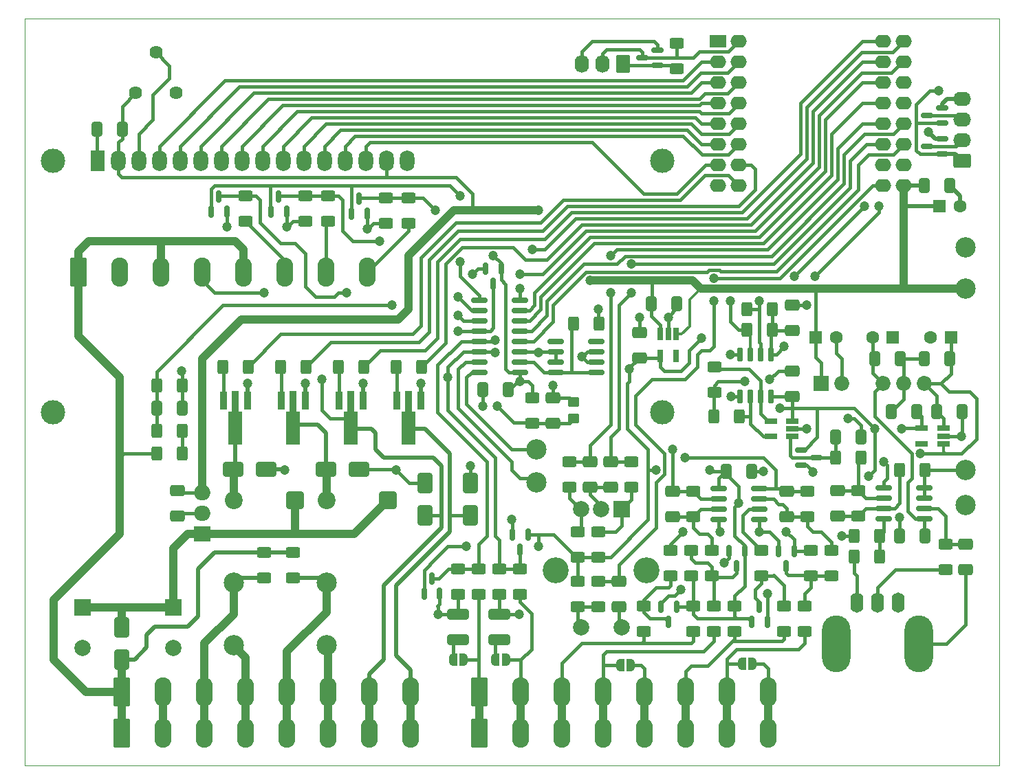
<source format=gbr>
%TF.GenerationSoftware,KiCad,Pcbnew,7.0.7*%
%TF.CreationDate,2025-07-01T12:31:18-10:00*%
%TF.ProjectId,Controller,436f6e74-726f-46c6-9c65-722e6b696361,New*%
%TF.SameCoordinates,Original*%
%TF.FileFunction,Copper,L2,Bot*%
%TF.FilePolarity,Positive*%
%FSLAX46Y46*%
G04 Gerber Fmt 4.6, Leading zero omitted, Abs format (unit mm)*
G04 Created by KiCad (PCBNEW 7.0.7) date 2025-07-01 12:31:18*
%MOMM*%
%LPD*%
G01*
G04 APERTURE LIST*
G04 Aperture macros list*
%AMRoundRect*
0 Rectangle with rounded corners*
0 $1 Rounding radius*
0 $2 $3 $4 $5 $6 $7 $8 $9 X,Y pos of 4 corners*
0 Add a 4 corners polygon primitive as box body*
4,1,4,$2,$3,$4,$5,$6,$7,$8,$9,$2,$3,0*
0 Add four circle primitives for the rounded corners*
1,1,$1+$1,$2,$3*
1,1,$1+$1,$4,$5*
1,1,$1+$1,$6,$7*
1,1,$1+$1,$8,$9*
0 Add four rect primitives between the rounded corners*
20,1,$1+$1,$2,$3,$4,$5,0*
20,1,$1+$1,$4,$5,$6,$7,0*
20,1,$1+$1,$6,$7,$8,$9,0*
20,1,$1+$1,$8,$9,$2,$3,0*%
%AMFreePoly0*
4,1,19,0.500000,-0.750000,0.000000,-0.750000,0.000000,-0.744911,-0.071157,-0.744911,-0.207708,-0.704816,-0.327430,-0.627875,-0.420627,-0.520320,-0.479746,-0.390866,-0.500000,-0.250000,-0.500000,0.250000,-0.479746,0.390866,-0.420627,0.520320,-0.327430,0.627875,-0.207708,0.704816,-0.071157,0.744911,0.000000,0.744911,0.000000,0.750000,0.500000,0.750000,0.500000,-0.750000,0.500000,-0.750000,
$1*%
%AMFreePoly1*
4,1,19,0.000000,0.744911,0.071157,0.744911,0.207708,0.704816,0.327430,0.627875,0.420627,0.520320,0.479746,0.390866,0.500000,0.250000,0.500000,-0.250000,0.479746,-0.390866,0.420627,-0.520320,0.327430,-0.627875,0.207708,-0.704816,0.071157,-0.744911,0.000000,-0.744911,0.000000,-0.750000,-0.500000,-0.750000,-0.500000,0.750000,0.000000,0.750000,0.000000,0.744911,0.000000,0.744911,
$1*%
%AMFreePoly2*
4,1,9,5.362500,-0.866500,1.237500,-0.866500,1.237500,-0.450000,-1.237500,-0.450000,-1.237500,0.450000,1.237500,0.450000,1.237500,0.866500,5.362500,0.866500,5.362500,-0.866500,5.362500,-0.866500,$1*%
G04 Aperture macros list end*
%TA.AperFunction,ComponentPad*%
%ADD10C,2.500000*%
%TD*%
%TA.AperFunction,ComponentPad*%
%ADD11RoundRect,0.341000X-0.759000X0.759000X-0.759000X-0.759000X0.759000X-0.759000X0.759000X0.759000X0*%
%TD*%
%TA.AperFunction,ComponentPad*%
%ADD12C,2.200000*%
%TD*%
%TA.AperFunction,ComponentPad*%
%ADD13R,2.000000X1.905000*%
%TD*%
%TA.AperFunction,ComponentPad*%
%ADD14O,2.000000X1.905000*%
%TD*%
%TA.AperFunction,ComponentPad*%
%ADD15O,1.600000X2.500000*%
%TD*%
%TA.AperFunction,ComponentPad*%
%ADD16O,3.500000X7.000000*%
%TD*%
%TA.AperFunction,ComponentPad*%
%ADD17RoundRect,0.249997X-0.790003X-1.550003X0.790003X-1.550003X0.790003X1.550003X-0.790003X1.550003X0*%
%TD*%
%TA.AperFunction,ComponentPad*%
%ADD18O,2.080000X3.600000*%
%TD*%
%TA.AperFunction,ComponentPad*%
%ADD19C,3.000000*%
%TD*%
%TA.AperFunction,ComponentPad*%
%ADD20R,1.800000X2.600000*%
%TD*%
%TA.AperFunction,ComponentPad*%
%ADD21O,1.800000X2.600000*%
%TD*%
%TA.AperFunction,ComponentPad*%
%ADD22R,1.600000X1.600000*%
%TD*%
%TA.AperFunction,ComponentPad*%
%ADD23C,1.600000*%
%TD*%
%TA.AperFunction,ComponentPad*%
%ADD24RoundRect,0.250000X0.620000X0.845000X-0.620000X0.845000X-0.620000X-0.845000X0.620000X-0.845000X0*%
%TD*%
%TA.AperFunction,ComponentPad*%
%ADD25O,1.740000X2.190000*%
%TD*%
%TA.AperFunction,ComponentPad*%
%ADD26RoundRect,0.250000X0.845000X-0.620000X0.845000X0.620000X-0.845000X0.620000X-0.845000X-0.620000X0*%
%TD*%
%TA.AperFunction,ComponentPad*%
%ADD27O,2.190000X1.740000*%
%TD*%
%TA.AperFunction,ComponentPad*%
%ADD28R,2.000000X2.000000*%
%TD*%
%TA.AperFunction,ComponentPad*%
%ADD29C,2.000000*%
%TD*%
%TA.AperFunction,ComponentPad*%
%ADD30R,1.850000X1.850000*%
%TD*%
%TA.AperFunction,ComponentPad*%
%ADD31C,1.850000*%
%TD*%
%TA.AperFunction,ComponentPad*%
%ADD32R,2.000000X1.600000*%
%TD*%
%TA.AperFunction,ComponentPad*%
%ADD33O,2.000000X1.600000*%
%TD*%
%TA.AperFunction,ComponentPad*%
%ADD34C,3.200000*%
%TD*%
%TA.AperFunction,ComponentPad*%
%ADD35C,1.620000*%
%TD*%
%TA.AperFunction,SMDPad,CuDef*%
%ADD36RoundRect,0.250000X0.625000X-0.400000X0.625000X0.400000X-0.625000X0.400000X-0.625000X-0.400000X0*%
%TD*%
%TA.AperFunction,SMDPad,CuDef*%
%ADD37RoundRect,0.250000X-0.650000X0.412500X-0.650000X-0.412500X0.650000X-0.412500X0.650000X0.412500X0*%
%TD*%
%TA.AperFunction,SMDPad,CuDef*%
%ADD38RoundRect,0.250000X-0.625000X0.400000X-0.625000X-0.400000X0.625000X-0.400000X0.625000X0.400000X0*%
%TD*%
%TA.AperFunction,SMDPad,CuDef*%
%ADD39RoundRect,0.250000X0.412500X0.650000X-0.412500X0.650000X-0.412500X-0.650000X0.412500X-0.650000X0*%
%TD*%
%TA.AperFunction,SMDPad,CuDef*%
%ADD40RoundRect,0.250000X-0.650000X1.000000X-0.650000X-1.000000X0.650000X-1.000000X0.650000X1.000000X0*%
%TD*%
%TA.AperFunction,SMDPad,CuDef*%
%ADD41RoundRect,0.250000X-1.000000X-0.650000X1.000000X-0.650000X1.000000X0.650000X-1.000000X0.650000X0*%
%TD*%
%TA.AperFunction,SMDPad,CuDef*%
%ADD42RoundRect,0.250000X0.650000X-1.000000X0.650000X1.000000X-0.650000X1.000000X-0.650000X-1.000000X0*%
%TD*%
%TA.AperFunction,SMDPad,CuDef*%
%ADD43RoundRect,0.250000X0.400000X0.625000X-0.400000X0.625000X-0.400000X-0.625000X0.400000X-0.625000X0*%
%TD*%
%TA.AperFunction,SMDPad,CuDef*%
%ADD44RoundRect,0.250000X-1.075000X0.400000X-1.075000X-0.400000X1.075000X-0.400000X1.075000X0.400000X0*%
%TD*%
%TA.AperFunction,SMDPad,CuDef*%
%ADD45RoundRect,0.250000X-0.412500X-0.650000X0.412500X-0.650000X0.412500X0.650000X-0.412500X0.650000X0*%
%TD*%
%TA.AperFunction,SMDPad,CuDef*%
%ADD46FreePoly0,180.000000*%
%TD*%
%TA.AperFunction,SMDPad,CuDef*%
%ADD47FreePoly1,180.000000*%
%TD*%
%TA.AperFunction,SMDPad,CuDef*%
%ADD48RoundRect,0.250000X-0.400000X-0.625000X0.400000X-0.625000X0.400000X0.625000X-0.400000X0.625000X0*%
%TD*%
%TA.AperFunction,SMDPad,CuDef*%
%ADD49RoundRect,0.250000X0.650000X-0.412500X0.650000X0.412500X-0.650000X0.412500X-0.650000X-0.412500X0*%
%TD*%
%TA.AperFunction,SMDPad,CuDef*%
%ADD50RoundRect,0.150000X0.587500X0.150000X-0.587500X0.150000X-0.587500X-0.150000X0.587500X-0.150000X0*%
%TD*%
%TA.AperFunction,SMDPad,CuDef*%
%ADD51RoundRect,0.150000X0.825000X0.150000X-0.825000X0.150000X-0.825000X-0.150000X0.825000X-0.150000X0*%
%TD*%
%TA.AperFunction,SMDPad,CuDef*%
%ADD52RoundRect,0.150000X-0.150000X0.587500X-0.150000X-0.587500X0.150000X-0.587500X0.150000X0.587500X0*%
%TD*%
%TA.AperFunction,SMDPad,CuDef*%
%ADD53RoundRect,0.150000X0.150000X-0.587500X0.150000X0.587500X-0.150000X0.587500X-0.150000X-0.587500X0*%
%TD*%
%TA.AperFunction,SMDPad,CuDef*%
%ADD54RoundRect,0.150000X-0.825000X-0.150000X0.825000X-0.150000X0.825000X0.150000X-0.825000X0.150000X0*%
%TD*%
%TA.AperFunction,SMDPad,CuDef*%
%ADD55R,1.560000X0.650000*%
%TD*%
%TA.AperFunction,SMDPad,CuDef*%
%ADD56RoundRect,0.150000X0.150000X-0.725000X0.150000X0.725000X-0.150000X0.725000X-0.150000X-0.725000X0*%
%TD*%
%TA.AperFunction,SMDPad,CuDef*%
%ADD57R,0.650000X1.560000*%
%TD*%
%TA.AperFunction,SMDPad,CuDef*%
%ADD58RoundRect,0.250000X0.450000X-0.350000X0.450000X0.350000X-0.450000X0.350000X-0.450000X-0.350000X0*%
%TD*%
%TA.AperFunction,ComponentPad*%
%ADD59RoundRect,0.249999X-0.790001X-1.550001X0.790001X-1.550001X0.790001X1.550001X-0.790001X1.550001X0*%
%TD*%
%TA.AperFunction,SMDPad,CuDef*%
%ADD60RoundRect,0.150000X-0.587500X-0.150000X0.587500X-0.150000X0.587500X0.150000X-0.587500X0.150000X0*%
%TD*%
%TA.AperFunction,SMDPad,CuDef*%
%ADD61R,0.900000X2.300000*%
%TD*%
%TA.AperFunction,SMDPad,CuDef*%
%ADD62FreePoly2,270.000000*%
%TD*%
%TA.AperFunction,ViaPad*%
%ADD63C,1.200000*%
%TD*%
%TA.AperFunction,Conductor*%
%ADD64C,0.381000*%
%TD*%
%TA.AperFunction,Conductor*%
%ADD65C,0.508000*%
%TD*%
%TA.AperFunction,Conductor*%
%ADD66C,1.016000*%
%TD*%
%TA.AperFunction,Conductor*%
%ADD67C,0.304800*%
%TD*%
%TA.AperFunction,Profile*%
%ADD68C,0.050000*%
%TD*%
G04 APERTURE END LIST*
D10*
%TO.P,TP4,1,1*%
%TO.N,T1amp*%
X104648000Y-108712000D03*
%TD*%
%TO.P,TP1,1,1*%
%TO.N,+5V*%
X157480000Y-88900000D03*
%TD*%
%TO.P,TP3,1,1*%
%TO.N,/WQ*%
X157480000Y-111252000D03*
%TD*%
%TO.P,TP5,1,1*%
%TO.N,T2amp*%
X104648000Y-112776000D03*
%TD*%
%TO.P,TP0,1,1*%
%TO.N,GND*%
X157480000Y-83820000D03*
%TD*%
D11*
%TO.P,K1,1*%
%TO.N,+12V*%
X74930000Y-114935000D03*
D10*
%TO.P,K1,2*%
%TO.N,/Relay1-Com*%
X67330000Y-125135000D03*
%TO.P,K1,3*%
%TO.N,/Relay1-NO*%
X67330000Y-132835000D03*
D12*
%TO.P,K1,5*%
%TO.N,Net-(D2-K)*%
X67330000Y-114935000D03*
%TD*%
D11*
%TO.P,K2,1*%
%TO.N,+12V*%
X86360000Y-114935000D03*
D10*
%TO.P,K2,2*%
%TO.N,/Relay2-Com*%
X78760000Y-125135000D03*
%TO.P,K2,3*%
%TO.N,/Relay2-NO*%
X78760000Y-132835000D03*
D12*
%TO.P,K2,5*%
%TO.N,Net-(D3-K)*%
X78760000Y-114935000D03*
%TD*%
D13*
%TO.P,U2,1,IN*%
%TO.N,+12V*%
X63500000Y-119126000D03*
D14*
%TO.P,U2,2,GND*%
%TO.N,GND*%
X63500000Y-116586000D03*
%TO.P,U2,3,OUT*%
%TO.N,+5V*%
X63500000Y-114046000D03*
%TD*%
D15*
%TO.P,J3,1,In*%
%TO.N,Net-(J3-In)*%
X146600000Y-127600000D03*
D16*
%TO.P,J3,2,Ext*%
%TO.N,GNDA*%
X151680000Y-132680000D03*
D15*
X149140000Y-127600000D03*
X144060000Y-127600000D03*
D16*
X141520000Y-132680000D03*
%TD*%
D17*
%TO.P,J1,1,Pin_1*%
%TO.N,VS*%
X53600000Y-138600000D03*
X53600000Y-143680000D03*
D18*
%TO.P,J1,2,Pin_2*%
%TO.N,GND*%
X58680000Y-138600000D03*
X58680000Y-143680000D03*
%TO.P,J1,3,Pin_3*%
%TO.N,/Relay1-Com*%
X63760000Y-138600000D03*
X63760000Y-143680000D03*
%TO.P,J1,4,Pin_4*%
%TO.N,/Relay1-NO*%
X68840000Y-138600000D03*
X68840000Y-143680000D03*
%TO.P,J1,5,Pin_5*%
%TO.N,/Relay2-Com*%
X73920000Y-138600000D03*
X73920000Y-143680000D03*
%TO.P,J1,6,Pin_6*%
%TO.N,/Relay2-NO*%
X79000000Y-138600000D03*
X79000000Y-143680000D03*
%TO.P,J1,7,Pin_7*%
%TO.N,Dout1*%
X84080000Y-138600000D03*
X84080000Y-143680000D03*
%TO.P,J1,8,Pin_8*%
%TO.N,/Dout2*%
X89160000Y-138600000D03*
X89160000Y-143680000D03*
%TD*%
D17*
%TO.P,J2,1,Pin_1*%
%TO.N,/ADin1*%
X97600000Y-138600000D03*
X97600000Y-143680000D03*
D18*
%TO.P,J2,2,Pin_2*%
%TO.N,/ADin2*%
X102680000Y-138600000D03*
X102680000Y-143680000D03*
%TO.P,J2,3,Pin_3*%
%TO.N,T1in*%
X107760000Y-138600000D03*
X107760000Y-143680000D03*
%TO.P,J2,4,Pin_4*%
%TO.N,T1bias*%
X112840000Y-138600000D03*
X112840000Y-143680000D03*
%TO.P,J2,5,Pin_5*%
%TO.N,GND*%
X117920000Y-138600000D03*
X117920000Y-143680000D03*
%TO.P,J2,6,Pin_6*%
%TO.N,T2in*%
X123000000Y-138600000D03*
X123000000Y-143680000D03*
%TO.P,J2,7,Pin_7*%
%TO.N,T2bias*%
X128080000Y-138600000D03*
X128080000Y-143680000D03*
%TO.P,J2,8,Pin_8*%
%TO.N,GND*%
X133160000Y-138600000D03*
X133160000Y-143680000D03*
%TD*%
D19*
%TO.P,DS1,*%
%TO.N,*%
X45100900Y-73100000D03*
X45100900Y-104100700D03*
X120099480Y-104100700D03*
X120100000Y-73100000D03*
D20*
%TO.P,DS1,1,VSS*%
%TO.N,GND*%
X50600000Y-73100000D03*
D21*
%TO.P,DS1,2,VDD*%
%TO.N,+5V*%
X53140000Y-73100000D03*
%TO.P,DS1,3,VO*%
%TO.N,Net-(DS1-VO)*%
X55680000Y-73100000D03*
%TO.P,DS1,4,RS*%
%TO.N,DispRS*%
X58220000Y-73100000D03*
%TO.P,DS1,5,R/W*%
%TO.N,DispRW*%
X60760000Y-73100000D03*
%TO.P,DS1,6,E*%
%TO.N,DispE*%
X63300000Y-73100000D03*
%TO.P,DS1,7,D0*%
%TO.N,DispD0*%
X65840000Y-73100000D03*
%TO.P,DS1,8,D1*%
%TO.N,DispD1*%
X68380000Y-73100000D03*
%TO.P,DS1,9,D2*%
%TO.N,DispD2*%
X70920000Y-73100000D03*
%TO.P,DS1,10,D3*%
%TO.N,DispD3*%
X73460000Y-73100000D03*
%TO.P,DS1,11,D4*%
%TO.N,DispD4*%
X76000000Y-73100000D03*
%TO.P,DS1,12,D5*%
%TO.N,DispD5*%
X78540000Y-73100000D03*
%TO.P,DS1,13,D6*%
%TO.N,DispD6*%
X81080000Y-73100000D03*
%TO.P,DS1,14,D7*%
%TO.N,DispD7*%
X83620000Y-73100000D03*
%TO.P,DS1,15,LED(+)*%
%TO.N,+5V*%
X86160000Y-73100000D03*
%TO.P,DS1,16,LED(-)*%
%TO.N,GND*%
X88700000Y-73100000D03*
%TD*%
D22*
%TO.P,C8,1*%
%TO.N,+5VA*%
X155637113Y-94867000D03*
D23*
%TO.P,C8,2*%
%TO.N,GNDA*%
X153137113Y-94867000D03*
%TD*%
D24*
%TO.P,J6,1,Pin_1*%
%TO.N,+3.3VA*%
X115316000Y-61194000D03*
D25*
%TO.P,J6,2,Pin_2*%
%TO.N,One*%
X112776000Y-61194000D03*
%TO.P,J6,3,Pin_3*%
%TO.N,GND*%
X110236000Y-61194000D03*
%TD*%
D26*
%TO.P,J5,1,Pin_1*%
%TO.N,+3.3VA*%
X156992000Y-73152000D03*
D27*
%TO.P,J5,2,Pin_2*%
%TO.N,SDA*%
X156992000Y-70612000D03*
%TO.P,J5,3,Pin_3*%
%TO.N,SCL*%
X156992000Y-68072000D03*
%TO.P,J5,4,Pin_4*%
%TO.N,GND*%
X156992000Y-65532000D03*
%TD*%
D28*
%TO.P,C2,1*%
%TO.N,+12V*%
X48768000Y-128188323D03*
D29*
%TO.P,C2,2*%
%TO.N,GND*%
X48768000Y-133188323D03*
%TD*%
D22*
%TO.P,C3,1*%
%TO.N,+5V*%
X154265621Y-78740000D03*
D23*
%TO.P,C3,2*%
%TO.N,GND*%
X156765621Y-78740000D03*
%TD*%
D30*
%TO.P,PS1,1,+Vin*%
%TO.N,+5V*%
X139700000Y-100584000D03*
D31*
%TO.P,PS1,2,-Vin*%
%TO.N,GND*%
X142240000Y-100584000D03*
%TO.P,PS1,4,-Vout*%
%TO.N,-5VA*%
X147320000Y-100584000D03*
%TO.P,PS1,5,0V*%
%TO.N,GNDA*%
X149860000Y-100584000D03*
%TO.P,PS1,6,+Vout*%
%TO.N,+5VA*%
X152400000Y-100584000D03*
%TD*%
D22*
%TO.P,C7,1*%
%TO.N,+5V*%
X139025621Y-94867000D03*
D23*
%TO.P,C7,2*%
%TO.N,GND*%
X141525621Y-94867000D03*
%TD*%
D22*
%TO.P,C9,1*%
%TO.N,GNDA*%
X148502380Y-94867000D03*
D23*
%TO.P,C9,2*%
%TO.N,-5VA*%
X146002380Y-94867000D03*
%TD*%
D28*
%TO.P,C1,1*%
%TO.N,+12V*%
X59944000Y-128188323D03*
D29*
%TO.P,C1,2*%
%TO.N,GND*%
X59944000Y-133188323D03*
%TD*%
D10*
%TO.P,TP2,1,1*%
%TO.N,GNDA*%
X157480000Y-115570000D03*
%TD*%
D32*
%TO.P,U1,1,~{EN}*%
%TO.N,unconnected-(U1-~{EN}-Pad1)*%
X127000000Y-58420000D03*
D33*
%TO.P,U1,2,D2*%
%TO.N,DispRS*%
X127000000Y-60960000D03*
%TO.P,U1,3,D4*%
%TO.N,DispE*%
X127000000Y-63500000D03*
%TO.P,U1,4,D12*%
%TO.N,DispD1*%
X127000000Y-66040000D03*
%TO.P,U1,5,D13*%
%TO.N,DispD3*%
X127000000Y-68580000D03*
%TO.P,U1,6,D11*%
%TO.N,DispD5*%
X127000000Y-71120000D03*
%TO.P,U1,7,D10*%
%TO.N,DispD7*%
X127000000Y-73660000D03*
%TO.P,U1,8,3V3*%
%TO.N,+3.3VA*%
X127000000Y-76200000D03*
%TO.P,U1,9,Vbus*%
%TO.N,+5V*%
X149860000Y-76200000D03*
%TO.P,U1,10,GND*%
%TO.N,GND*%
X149860000Y-73660000D03*
%TO.P,U1,11,D16*%
%TO.N,SPCK*%
X149860000Y-71120000D03*
%TO.P,U1,12,D18*%
%TO.N,MISO*%
X149860000Y-68580000D03*
%TO.P,U1,13,D35*%
%TO.N,SDA*%
X149860000Y-66040000D03*
%TO.P,U1,14,D36*%
%TO.N,SCL*%
X149860000Y-63500000D03*
%TO.P,U1,15,D44*%
%TO.N,In2*%
X149860000Y-60960000D03*
%TO.P,U1,16,D43*%
%TO.N,In1*%
X149860000Y-58420000D03*
%TO.P,U1,17,D1*%
%TO.N,One*%
X129540000Y-58420000D03*
%TO.P,U1,18,D3*%
%TO.N,DispRW*%
X129540000Y-60960000D03*
%TO.P,U1,19,D5*%
%TO.N,DispD0*%
X129540000Y-63500000D03*
%TO.P,U1,20,D6*%
%TO.N,DispD2*%
X129540000Y-66040000D03*
%TO.P,U1,21,D7*%
%TO.N,DispD4*%
X129540000Y-68580000D03*
%TO.P,U1,22,D8*%
%TO.N,DispD6*%
X129540000Y-71120000D03*
%TO.P,U1,23,D9*%
%TO.N,Rly2*%
X129540000Y-73660000D03*
%TO.P,U1,24,D14*%
%TO.N,Rly1*%
X129540000Y-76200000D03*
%TO.P,U1,25,D15*%
%TO.N,EncPB*%
X147320000Y-76200000D03*
%TO.P,U1,26,GND*%
%TO.N,GND*%
X147320000Y-73660000D03*
%TO.P,U1,27,D17*%
%TO.N,EncA*%
X147320000Y-71120000D03*
%TO.P,U1,28,D21*%
%TO.N,EncB*%
X147320000Y-68580000D03*
%TO.P,U1,29,D34*%
%TO.N,MOSI*%
X147320000Y-66040000D03*
%TO.P,U1,30,D38*%
%TO.N,ADCS*%
X147320000Y-63500000D03*
%TO.P,U1,31,D37*%
%TO.N,Out2d*%
X147320000Y-60960000D03*
%TO.P,U1,32,D33*%
%TO.N,Out1d*%
X147320000Y-58420000D03*
%TD*%
D28*
%TO.P,S1,A,A*%
%TO.N,Net-(R46-Pad1)*%
X115100000Y-116100000D03*
D29*
%TO.P,S1,B,B*%
%TO.N,Net-(R45-Pad1)*%
X110100000Y-116100000D03*
%TO.P,S1,C,C*%
%TO.N,GND*%
X112600000Y-116100000D03*
D34*
%TO.P,S1,MP*%
%TO.N,N/C*%
X118200000Y-123600000D03*
X107000000Y-123600000D03*
D29*
%TO.P,S1,S1,S1*%
%TO.N,Net-(R47-Pad1)*%
X110100000Y-130600000D03*
%TO.P,S1,S2,S2*%
%TO.N,GND*%
X115100000Y-130600000D03*
%TD*%
D35*
%TO.P,R51,1,1*%
%TO.N,GND*%
X60285000Y-64770000D03*
%TO.P,R51,2,2*%
%TO.N,Net-(DS1-VO)*%
X57785000Y-59770000D03*
%TO.P,R51,3,3*%
%TO.N,+5V*%
X55285000Y-64770000D03*
%TD*%
D36*
%TO.P,R47,1*%
%TO.N,Net-(R47-Pad1)*%
X109728000Y-128042000D03*
%TO.P,R47,2*%
%TO.N,+3.3V*%
X109728000Y-124942000D03*
%TD*%
D37*
%TO.P,C29,1*%
%TO.N,EncB*%
X111252000Y-110197500D03*
%TO.P,C29,2*%
%TO.N,GND*%
X111252000Y-113322500D03*
%TD*%
%TO.P,C30,1*%
%TO.N,EncA*%
X113792000Y-110197500D03*
%TO.P,C30,2*%
%TO.N,GND*%
X113792000Y-113322500D03*
%TD*%
%TO.P,C31,1*%
%TO.N,EncPB*%
X114808000Y-124929500D03*
%TO.P,C31,2*%
%TO.N,GND*%
X114808000Y-128054500D03*
%TD*%
D38*
%TO.P,R48,1*%
%TO.N,EncA*%
X116332000Y-110210000D03*
%TO.P,R48,2*%
%TO.N,Net-(R46-Pad1)*%
X116332000Y-113310000D03*
%TD*%
%TO.P,R49,1*%
%TO.N,EncB*%
X108712000Y-110210000D03*
%TO.P,R49,2*%
%TO.N,Net-(R45-Pad1)*%
X108712000Y-113310000D03*
%TD*%
D36*
%TO.P,R50,1*%
%TO.N,Net-(R47-Pad1)*%
X112268000Y-128042000D03*
%TO.P,R50,2*%
%TO.N,EncPB*%
X112268000Y-124942000D03*
%TD*%
D39*
%TO.P,C5,1*%
%TO.N,+5V*%
X53632500Y-69215000D03*
%TO.P,C5,2*%
%TO.N,GND*%
X50507500Y-69215000D03*
%TD*%
D40*
%TO.P,D1,1,K*%
%TO.N,+12V*%
X53594000Y-130588000D03*
%TO.P,D1,2,A*%
%TO.N,VS*%
X53594000Y-134588000D03*
%TD*%
D37*
%TO.P,C4,1*%
%TO.N,+5V*%
X60452000Y-113753500D03*
%TO.P,C4,2*%
%TO.N,GND*%
X60452000Y-116878500D03*
%TD*%
D41*
%TO.P,D2,1,K*%
%TO.N,Net-(D2-K)*%
X67310000Y-111125000D03*
%TO.P,D2,2,A*%
%TO.N,GND*%
X71310000Y-111125000D03*
%TD*%
D42*
%TO.P,D4,1,K*%
%TO.N,Dout1*%
X90932000Y-116808000D03*
%TO.P,D4,2,A*%
%TO.N,GND*%
X90932000Y-112808000D03*
%TD*%
D36*
%TO.P,R12,1*%
%TO.N,+3.3V*%
X123698000Y-124232000D03*
%TO.P,R12,2*%
%TO.N,Net-(D10A-COM)*%
X123698000Y-121132000D03*
%TD*%
%TO.P,R18,1*%
%TO.N,Net-(D10A-COM)*%
X126238000Y-124232000D03*
%TO.P,R18,2*%
%TO.N,Net-(U8B--)*%
X126238000Y-121132000D03*
%TD*%
%TO.P,R17,1*%
%TO.N,Net-(D11A-COM)*%
X121158000Y-124232000D03*
%TO.P,R17,2*%
%TO.N,Net-(U8B-+)*%
X121158000Y-121132000D03*
%TD*%
%TO.P,R22,1*%
%TO.N,Net-(U8A--)*%
X138010500Y-116993000D03*
%TO.P,R22,2*%
%TO.N,T2amp*%
X138010500Y-113893000D03*
%TD*%
D43*
%TO.P,R33,1*%
%TO.N,Rly2*%
X76226000Y-98552000D03*
%TO.P,R33,2*%
%TO.N,Net-(Q2-B)*%
X73126000Y-98552000D03*
%TD*%
D37*
%TO.P,C28,1*%
%TO.N,T2amp*%
X135470500Y-113880500D03*
%TO.P,C28,2*%
%TO.N,Net-(U8A--)*%
X135470500Y-117005500D03*
%TD*%
D43*
%TO.P,R34,1*%
%TO.N,Rly1*%
X69114000Y-98552000D03*
%TO.P,R34,2*%
%TO.N,Net-(Q1-B)*%
X66014000Y-98552000D03*
%TD*%
D38*
%TO.P,R11,1*%
%TO.N,+3.3V*%
X123952000Y-127990000D03*
%TO.P,R11,2*%
%TO.N,T1in*%
X123952000Y-131090000D03*
%TD*%
%TO.P,R45,1*%
%TO.N,Net-(R45-Pad1)*%
X109728000Y-118846000D03*
%TO.P,R45,2*%
%TO.N,+3.3V*%
X109728000Y-121946000D03*
%TD*%
%TO.P,R46,1*%
%TO.N,Net-(R46-Pad1)*%
X112268000Y-118846000D03*
%TO.P,R46,2*%
%TO.N,+3.3V*%
X112268000Y-121946000D03*
%TD*%
D36*
%TO.P,R39,1*%
%TO.N,GND*%
X94996000Y-126518000D03*
%TO.P,R39,2*%
%TO.N,In1*%
X94996000Y-123418000D03*
%TD*%
D38*
%TO.P,R35,1*%
%TO.N,In1*%
X97536000Y-123444000D03*
%TO.P,R35,2*%
%TO.N,/ADin1*%
X97536000Y-126544000D03*
%TD*%
D44*
%TO.P,R43,1*%
%TO.N,GND*%
X94996000Y-129006000D03*
%TO.P,R43,2*%
%TO.N,Net-(JP1-B)*%
X94996000Y-132106000D03*
%TD*%
D36*
%TO.P,R15,1*%
%TO.N,T1bias*%
X126492000Y-131090000D03*
%TO.P,R15,2*%
%TO.N,Net-(D10A-COM)*%
X126492000Y-127990000D03*
%TD*%
D42*
%TO.P,D5,1,K*%
%TO.N,/Dout2*%
X96520000Y-116808000D03*
%TO.P,D5,2,A*%
%TO.N,GND*%
X96520000Y-112808000D03*
%TD*%
D45*
%TO.P,C10,1*%
%TO.N,SupV*%
X57873500Y-103632000D03*
%TO.P,C10,2*%
%TO.N,GND*%
X60998500Y-103632000D03*
%TD*%
D46*
%TO.P,JP3,1,A*%
%TO.N,GND*%
X116220000Y-135255000D03*
D47*
%TO.P,JP3,2,B*%
%TO.N,T1bias*%
X114920000Y-135255000D03*
%TD*%
D38*
%TO.P,R36,1*%
%TO.N,In2*%
X102616000Y-123418000D03*
%TO.P,R36,2*%
%TO.N,/ADin2*%
X102616000Y-126518000D03*
%TD*%
D46*
%TO.P,JP1,1,A*%
%TO.N,/ADin1*%
X95646000Y-134620000D03*
D47*
%TO.P,JP1,2,B*%
%TO.N,Net-(JP1-B)*%
X94346000Y-134620000D03*
%TD*%
D46*
%TO.P,JP2,1,A*%
%TO.N,/ADin2*%
X100868000Y-134620000D03*
D47*
%TO.P,JP2,2,B*%
%TO.N,Net-(JP2-B)*%
X99568000Y-134620000D03*
%TD*%
D43*
%TO.P,R25,1*%
%TO.N,GND*%
X60986000Y-100838000D03*
%TO.P,R25,2*%
%TO.N,SupV*%
X57886000Y-100838000D03*
%TD*%
%TO.P,R23,1*%
%TO.N,Net-(R23-Pad1)*%
X60986000Y-109220000D03*
%TO.P,R23,2*%
%TO.N,VS*%
X57886000Y-109220000D03*
%TD*%
D48*
%TO.P,R24,1*%
%TO.N,SupV*%
X57886000Y-106426000D03*
%TO.P,R24,2*%
%TO.N,Net-(R23-Pad1)*%
X60986000Y-106426000D03*
%TD*%
D44*
%TO.P,R44,1*%
%TO.N,GND*%
X100076000Y-129006000D03*
%TO.P,R44,2*%
%TO.N,Net-(JP2-B)*%
X100076000Y-132106000D03*
%TD*%
D41*
%TO.P,D3,1,K*%
%TO.N,Net-(D3-K)*%
X78740000Y-111125000D03*
%TO.P,D3,2,A*%
%TO.N,GND*%
X82740000Y-111125000D03*
%TD*%
D36*
%TO.P,R40,1*%
%TO.N,GND*%
X100076000Y-126518000D03*
%TO.P,R40,2*%
%TO.N,In2*%
X100076000Y-123418000D03*
%TD*%
D49*
%TO.P,C12,1*%
%TO.N,+3.3V*%
X117282000Y-97400500D03*
%TO.P,C12,2*%
%TO.N,GND*%
X117282000Y-94275500D03*
%TD*%
D37*
%TO.P,C27,1*%
%TO.N,T1amp*%
X121412000Y-113880500D03*
%TO.P,C27,2*%
%TO.N,Net-(U8B--)*%
X121412000Y-117005500D03*
%TD*%
D50*
%TO.P,D18,1,A*%
%TO.N,GND*%
X154607500Y-66614000D03*
%TO.P,D18,2,K*%
%TO.N,+3.3VA*%
X154607500Y-68514000D03*
%TO.P,D18,3,COM*%
%TO.N,SCL*%
X152732500Y-67564000D03*
%TD*%
D45*
%TO.P,C6,1*%
%TO.N,+5V*%
X152361500Y-76200000D03*
%TO.P,C6,2*%
%TO.N,GND*%
X155486500Y-76200000D03*
%TD*%
D36*
%TO.P,R37,1*%
%TO.N,/Relay1-Com*%
X71120000Y-124486000D03*
%TO.P,R37,2*%
%TO.N,VS*%
X71120000Y-121386000D03*
%TD*%
D51*
%TO.P,U5,1*%
%TO.N,/WQ*%
X152335000Y-113411000D03*
%TO.P,U5,2,-*%
X152335000Y-114681000D03*
%TO.P,U5,3,+*%
%TO.N,Net-(U5A-+)*%
X152335000Y-115951000D03*
%TO.P,U5,4,V-*%
%TO.N,-5VA*%
X152335000Y-117221000D03*
%TO.P,U5,5,+*%
%TO.N,Net-(U5B-+)*%
X147385000Y-117221000D03*
%TO.P,U5,6,-*%
%TO.N,Net-(U5B--)*%
X147385000Y-115951000D03*
%TO.P,U5,7*%
%TO.N,Net-(C20-Pad1)*%
X147385000Y-114681000D03*
%TO.P,U5,8,V+*%
%TO.N,+5VA*%
X147385000Y-113411000D03*
%TD*%
D36*
%TO.P,R19,1*%
%TO.N,Net-(D13A-COM)*%
X132334000Y-124232000D03*
%TO.P,R19,2*%
%TO.N,Net-(U8A-+)*%
X132334000Y-121132000D03*
%TD*%
%TO.P,R27,1*%
%TO.N,T1in*%
X117856000Y-131090000D03*
%TO.P,R27,2*%
%TO.N,Net-(D11A-COM)*%
X117856000Y-127990000D03*
%TD*%
D52*
%TO.P,D9,1,A*%
%TO.N,GND*%
X101666000Y-119204500D03*
%TO.P,D9,2,K*%
%TO.N,+3.3V*%
X103566000Y-119204500D03*
%TO.P,D9,3,COM*%
%TO.N,In2*%
X102616000Y-121079500D03*
%TD*%
D39*
%TO.P,C14,1*%
%TO.N,GNDA*%
X149390500Y-97536000D03*
%TO.P,C14,2*%
%TO.N,-5VA*%
X146265500Y-97536000D03*
%TD*%
D53*
%TO.P,D14,1,A*%
%TO.N,GND*%
X73848000Y-79423500D03*
%TO.P,D14,2,K*%
%TO.N,+3.3V*%
X71948000Y-79423500D03*
%TO.P,D14,3,COM*%
%TO.N,In3*%
X72898000Y-77548500D03*
%TD*%
D36*
%TO.P,R5,1*%
%TO.N,Net-(U5B--)*%
X144272000Y-116866000D03*
%TO.P,R5,2*%
%TO.N,Net-(C20-Pad1)*%
X144272000Y-113766000D03*
%TD*%
D39*
%TO.P,C16,1*%
%TO.N,/3.3VA*%
X151461000Y-104011000D03*
%TO.P,C16,2*%
%TO.N,GNDA*%
X148336000Y-104011000D03*
%TD*%
D36*
%TO.P,R16,1*%
%TO.N,T2bias*%
X137668000Y-131090000D03*
%TO.P,R16,2*%
%TO.N,Net-(D12A-COM)*%
X137668000Y-127990000D03*
%TD*%
D54*
%TO.P,U9,1,K*%
%TO.N,Net-(U10-Vref)*%
X106999000Y-99187000D03*
%TO.P,U9,2,A*%
%TO.N,GND*%
X106999000Y-97917000D03*
%TO.P,U9,3,A*%
X106999000Y-96647000D03*
%TO.P,U9,4*%
%TO.N,N/C*%
X106999000Y-95377000D03*
%TO.P,U9,5*%
X111949000Y-95377000D03*
%TO.P,U9,6,A*%
%TO.N,GND*%
X111949000Y-96647000D03*
%TO.P,U9,7,A*%
X111949000Y-97917000D03*
%TO.P,U9,8,REF*%
%TO.N,Net-(U10-Vref)*%
X111949000Y-99187000D03*
%TD*%
D37*
%TO.P,C19,1*%
%TO.N,Net-(U5A-+)*%
X157480000Y-120357500D03*
%TO.P,C19,2*%
%TO.N,GNDA*%
X157480000Y-123482500D03*
%TD*%
D36*
%TO.P,R21,1*%
%TO.N,Net-(U8B--)*%
X123952000Y-116993000D03*
%TO.P,R21,2*%
%TO.N,T1amp*%
X123952000Y-113893000D03*
%TD*%
D52*
%TO.P,D6,1,A*%
%TO.N,GND*%
X98364000Y-86438500D03*
%TO.P,D6,2,K*%
%TO.N,+3.3V*%
X100264000Y-86438500D03*
%TO.P,D6,3,COM*%
%TO.N,SupV*%
X99314000Y-88313500D03*
%TD*%
D53*
%TO.P,D13,1,A*%
%TO.N,GND*%
X133030000Y-129969500D03*
%TO.P,D13,2,K*%
%TO.N,+3.3V*%
X131130000Y-129969500D03*
%TO.P,D13,3,COM*%
%TO.N,Net-(D13A-COM)*%
X132080000Y-128094500D03*
%TD*%
D52*
%TO.P,D12,1,A*%
%TO.N,GND*%
X134432000Y-121236500D03*
%TO.P,D12,2,K*%
%TO.N,+3.3V*%
X136332000Y-121236500D03*
%TO.P,D12,3,COM*%
%TO.N,Net-(D12A-COM)*%
X135382000Y-123111500D03*
%TD*%
D55*
%TO.P,U4,1,VIN*%
%TO.N,+5VA*%
X154766000Y-106109000D03*
%TO.P,U4,2,GND*%
%TO.N,GNDA*%
X154766000Y-107059000D03*
%TO.P,U4,3,EN*%
%TO.N,+5VA*%
X154766000Y-108009000D03*
%TO.P,U4,4,NC*%
%TO.N,unconnected-(U4-NC-Pad4)*%
X152066000Y-108009000D03*
%TO.P,U4,5,VOUT*%
%TO.N,/3.3VA*%
X152066000Y-106109000D03*
%TD*%
D46*
%TO.P,JP4,1,A*%
%TO.N,GND*%
X131206000Y-135128000D03*
D47*
%TO.P,JP4,2,B*%
%TO.N,T2bias*%
X129906000Y-135128000D03*
%TD*%
D36*
%TO.P,R29,1*%
%TO.N,Net-(U10-CH5)*%
X104140000Y-105436000D03*
%TO.P,R29,2*%
%TO.N,+3.3V*%
X104140000Y-102336000D03*
%TD*%
D43*
%TO.P,R31,1*%
%TO.N,Out1d*%
X83338000Y-98552000D03*
%TO.P,R31,2*%
%TO.N,Net-(Q3-B)*%
X80238000Y-98552000D03*
%TD*%
D36*
%TO.P,R53,1*%
%TO.N,GND*%
X86106000Y-80798000D03*
%TO.P,R53,2*%
%TO.N,In4*%
X86106000Y-77698000D03*
%TD*%
D39*
%TO.P,C25,1*%
%TO.N,+3.3V*%
X101130500Y-101346000D03*
%TO.P,C25,2*%
%TO.N,GND*%
X98005500Y-101346000D03*
%TD*%
D43*
%TO.P,R26,1*%
%TO.N,+3.3V*%
X112294000Y-93218000D03*
%TO.P,R26,2*%
%TO.N,Net-(U10-Vref)*%
X109194000Y-93218000D03*
%TD*%
%TO.P,R10,1*%
%TO.N,+3.3V*%
X133630000Y-93980000D03*
%TO.P,R10,2*%
%TO.N,SCL*%
X130530000Y-93980000D03*
%TD*%
D51*
%TO.P,U8,1*%
%TO.N,T2amp*%
X132015000Y-113538000D03*
%TO.P,U8,2,-*%
%TO.N,Net-(U8A--)*%
X132015000Y-114808000D03*
%TO.P,U8,3,+*%
%TO.N,Net-(U8A-+)*%
X132015000Y-116078000D03*
%TO.P,U8,4,V-*%
%TO.N,GND*%
X132015000Y-117348000D03*
%TO.P,U8,5,+*%
%TO.N,Net-(U8B-+)*%
X127065000Y-117348000D03*
%TO.P,U8,6,-*%
%TO.N,Net-(U8B--)*%
X127065000Y-116078000D03*
%TO.P,U8,7*%
%TO.N,T1amp*%
X127065000Y-114808000D03*
%TO.P,U8,8,V+*%
%TO.N,+3.3V*%
X127065000Y-113538000D03*
%TD*%
D48*
%TO.P,R2,1*%
%TO.N,Net-(U5B--)*%
X149326000Y-111252000D03*
%TO.P,R2,2*%
%TO.N,/WQ*%
X152426000Y-111252000D03*
%TD*%
%TO.P,R3,1*%
%TO.N,/3.3VA*%
X143738000Y-119380000D03*
%TO.P,R3,2*%
%TO.N,Net-(U5B-+)*%
X146838000Y-119380000D03*
%TD*%
D36*
%TO.P,R38,1*%
%TO.N,/Relay2-Com*%
X74676000Y-124486000D03*
%TO.P,R38,2*%
%TO.N,VS*%
X74676000Y-121386000D03*
%TD*%
D39*
%TO.P,C13,1*%
%TO.N,+5VA*%
X155486500Y-97536000D03*
%TO.P,C13,2*%
%TO.N,GNDA*%
X152361500Y-97536000D03*
%TD*%
D38*
%TO.P,R1,1*%
%TO.N,Net-(U5A-+)*%
X155000000Y-120370000D03*
%TO.P,R1,2*%
%TO.N,Net-(J3-In)*%
X155000000Y-123470000D03*
%TD*%
D50*
%TO.P,D19,1,A*%
%TO.N,GND*%
X119555500Y-59502000D03*
%TO.P,D19,2,K*%
%TO.N,+3.3VA*%
X119555500Y-61402000D03*
%TO.P,D19,3,COM*%
%TO.N,One*%
X117680500Y-60452000D03*
%TD*%
D36*
%TO.P,R20,1*%
%TO.N,Net-(D12A-COM)*%
X140970000Y-124232000D03*
%TO.P,R20,2*%
%TO.N,Net-(U8A--)*%
X140970000Y-121132000D03*
%TD*%
D43*
%TO.P,R9,1*%
%TO.N,+3.3V*%
X133630000Y-91440000D03*
%TO.P,R9,2*%
%TO.N,SDA*%
X130530000Y-91440000D03*
%TD*%
D36*
%TO.P,R28,1*%
%TO.N,T2in*%
X135128000Y-131090000D03*
%TO.P,R28,2*%
%TO.N,Net-(D13A-COM)*%
X135128000Y-127990000D03*
%TD*%
D53*
%TO.P,D16,1,A*%
%TO.N,GND*%
X66482000Y-79423500D03*
%TO.P,D16,2,K*%
%TO.N,+3.3V*%
X64582000Y-79423500D03*
%TO.P,D16,3,COM*%
%TO.N,In2*%
X65532000Y-77548500D03*
%TD*%
D52*
%TO.P,D11,1,A*%
%TO.N,GND*%
X119954000Y-128094500D03*
%TO.P,D11,2,K*%
%TO.N,+3.3V*%
X121854000Y-128094500D03*
%TO.P,D11,3,COM*%
%TO.N,Net-(D11A-COM)*%
X120904000Y-129969500D03*
%TD*%
D56*
%TO.P,U7,1,VCC1*%
%TO.N,/3.3VA*%
X133477000Y-102143000D03*
%TO.P,U7,2,SDA1*%
%TO.N,Net-(U6-SDA)*%
X132207000Y-102143000D03*
%TO.P,U7,3,SCL1*%
%TO.N,Net-(U6-SCL)*%
X130937000Y-102143000D03*
%TO.P,U7,4,GND1*%
%TO.N,GNDA*%
X129667000Y-102143000D03*
%TO.P,U7,5,GND2*%
%TO.N,GND*%
X129667000Y-96993000D03*
%TO.P,U7,6,SCL2*%
%TO.N,SCL*%
X130937000Y-96993000D03*
%TO.P,U7,7,SDA2*%
%TO.N,SDA*%
X132207000Y-96993000D03*
%TO.P,U7,8,VCC2*%
%TO.N,+3.3V*%
X133477000Y-96993000D03*
%TD*%
D38*
%TO.P,R42,1*%
%TO.N,In4*%
X88900000Y-77698000D03*
%TO.P,R42,2*%
%TO.N,Net-(J4-Pin_8)*%
X88900000Y-80798000D03*
%TD*%
D57*
%TO.P,U3,1,VIN*%
%TO.N,+5V*%
X119888000Y-94488000D03*
%TO.P,U3,2,GND*%
%TO.N,GND*%
X120838000Y-94488000D03*
%TO.P,U3,3,EN*%
%TO.N,+5V*%
X121788000Y-94488000D03*
%TO.P,U3,4,NC*%
%TO.N,unconnected-(U3-NC-Pad4)*%
X121788000Y-97188000D03*
%TO.P,U3,5,VOUT*%
%TO.N,+3.3V*%
X119888000Y-97188000D03*
%TD*%
D45*
%TO.P,C21,1*%
%TO.N,Net-(D7A-COM)*%
X141439500Y-107188000D03*
%TO.P,C21,2*%
%TO.N,GNDA*%
X144564500Y-107188000D03*
%TD*%
D52*
%TO.P,D10,1,A*%
%TO.N,GND*%
X128336000Y-121236500D03*
%TO.P,D10,2,K*%
%TO.N,+3.3V*%
X130236000Y-121236500D03*
%TO.P,D10,3,COM*%
%TO.N,Net-(D10A-COM)*%
X129286000Y-123111500D03*
%TD*%
D45*
%TO.P,C18,1*%
%TO.N,+5VA*%
X149313500Y-119380000D03*
%TO.P,C18,2*%
%TO.N,-5VA*%
X152438500Y-119380000D03*
%TD*%
D38*
%TO.P,R55,1*%
%TO.N,One*%
X121920000Y-58648000D03*
%TO.P,R55,2*%
%TO.N,+3.3VA*%
X121920000Y-61748000D03*
%TD*%
D49*
%TO.P,C17,1*%
%TO.N,/3.3VA*%
X136144000Y-102146500D03*
%TO.P,C17,2*%
%TO.N,GNDA*%
X136144000Y-99021500D03*
%TD*%
D54*
%TO.P,U10,1,CH0*%
%TO.N,T1amp*%
X97601000Y-99187000D03*
%TO.P,U10,2,CH1*%
%TO.N,T2amp*%
X97601000Y-97917000D03*
%TO.P,U10,3,CH2*%
%TO.N,In2*%
X97601000Y-96647000D03*
%TO.P,U10,4,CH3*%
%TO.N,In1*%
X97601000Y-95377000D03*
%TO.P,U10,5,CH4*%
%TO.N,SupV*%
X97601000Y-94107000D03*
%TO.P,U10,6,CH5*%
%TO.N,Net-(U10-CH5)*%
X97601000Y-92837000D03*
%TO.P,U10,7,CH6*%
%TO.N,In3*%
X97601000Y-91567000D03*
%TO.P,U10,8,CH7*%
%TO.N,In4*%
X97601000Y-90297000D03*
%TO.P,U10,9,DGND*%
%TO.N,GND*%
X102551000Y-90297000D03*
%TO.P,U10,10,~{CS}/SHDN*%
%TO.N,ADCS*%
X102551000Y-91567000D03*
%TO.P,U10,11,Din*%
%TO.N,MOSI*%
X102551000Y-92837000D03*
%TO.P,U10,12,Dout*%
%TO.N,MISO*%
X102551000Y-94107000D03*
%TO.P,U10,13,CLK*%
%TO.N,SPCK*%
X102551000Y-95377000D03*
%TO.P,U10,14,AGND*%
%TO.N,GND*%
X102551000Y-96647000D03*
%TO.P,U10,15,Vref*%
%TO.N,Net-(U10-Vref)*%
X102551000Y-97917000D03*
%TO.P,U10,16,Vdd*%
%TO.N,+3.3V*%
X102551000Y-99187000D03*
%TD*%
D36*
%TO.P,R7,1*%
%TO.N,/3.3VA*%
X126544000Y-101626000D03*
%TO.P,R7,2*%
%TO.N,Net-(U6-SDA)*%
X126544000Y-98526000D03*
%TD*%
D38*
%TO.P,R41,1*%
%TO.N,In3*%
X78994000Y-77444000D03*
%TO.P,R41,2*%
%TO.N,Net-(J4-Pin_7)*%
X78994000Y-80544000D03*
%TD*%
D49*
%TO.P,C22,1*%
%TO.N,+3.3V*%
X136144000Y-94018500D03*
%TO.P,C22,2*%
%TO.N,GND*%
X136144000Y-90893500D03*
%TD*%
D45*
%TO.P,C11,1*%
%TO.N,+5V*%
X118767500Y-90758000D03*
%TO.P,C11,2*%
%TO.N,GND*%
X121892500Y-90758000D03*
%TD*%
D58*
%TO.P,R30,1*%
%TO.N,Net-(U10-CH5)*%
X109220000Y-104886000D03*
%TO.P,R30,2*%
%TO.N,GND*%
X109220000Y-102886000D03*
%TD*%
D48*
%TO.P,R6,1*%
%TO.N,Net-(D7A-COM)*%
X141452000Y-109728000D03*
%TO.P,R6,2*%
%TO.N,Net-(C20-Pad1)*%
X144552000Y-109728000D03*
%TD*%
D49*
%TO.P,C24,1*%
%TO.N,Net-(U10-CH5)*%
X106680000Y-105448500D03*
%TO.P,C24,2*%
%TO.N,GND*%
X106680000Y-102323500D03*
%TD*%
D38*
%TO.P,R14,1*%
%TO.N,+3.3V*%
X138430000Y-121132000D03*
%TO.P,R14,2*%
%TO.N,Net-(D12A-COM)*%
X138430000Y-124232000D03*
%TD*%
D36*
%TO.P,R52,1*%
%TO.N,GND*%
X76200000Y-80544000D03*
%TO.P,R52,2*%
%TO.N,In3*%
X76200000Y-77444000D03*
%TD*%
D50*
%TO.P,D17,1,A*%
%TO.N,GND*%
X154607500Y-70424000D03*
%TO.P,D17,2,K*%
%TO.N,+3.3VA*%
X154607500Y-72324000D03*
%TO.P,D17,3,COM*%
%TO.N,SDA*%
X152732500Y-71374000D03*
%TD*%
D38*
%TO.P,R54,1*%
%TO.N,In2*%
X68834000Y-77444000D03*
%TO.P,R54,2*%
%TO.N,Net-(J4-Pin_6)*%
X68834000Y-80544000D03*
%TD*%
D48*
%TO.P,R8,1*%
%TO.N,/3.3VA*%
X126492000Y-104648000D03*
%TO.P,R8,2*%
%TO.N,Net-(U6-SCL)*%
X129592000Y-104648000D03*
%TD*%
D59*
%TO.P,J4,1,Pin_1*%
%TO.N,VS*%
X48260000Y-86868000D03*
D18*
%TO.P,J4,2,Pin_2*%
%TO.N,GND*%
X53340000Y-86868000D03*
%TO.P,J4,3,Pin_3*%
%TO.N,VS*%
X58420000Y-86868000D03*
%TO.P,J4,4,Pin_4*%
%TO.N,Dout1*%
X63500000Y-86868000D03*
%TO.P,J4,5,Pin_5*%
%TO.N,VS*%
X68580000Y-86868000D03*
%TO.P,J4,6,Pin_6*%
%TO.N,Net-(J4-Pin_6)*%
X73660000Y-86868000D03*
%TO.P,J4,7,Pin_7*%
%TO.N,Net-(J4-Pin_7)*%
X78740000Y-86868000D03*
%TO.P,J4,8,Pin_8*%
%TO.N,Net-(J4-Pin_8)*%
X83820000Y-86868000D03*
%TD*%
D60*
%TO.P,D7,1,A*%
%TO.N,GNDA*%
X137238500Y-110678000D03*
%TO.P,D7,2,K*%
%TO.N,/3.3VA*%
X137238500Y-108778000D03*
%TO.P,D7,3,COM*%
%TO.N,Net-(D7A-COM)*%
X139113500Y-109728000D03*
%TD*%
D55*
%TO.P,U6,1,Vdd*%
%TO.N,/3.3VA*%
X136144000Y-105222000D03*
%TO.P,U6,2,Vss*%
%TO.N,GNDA*%
X136144000Y-106172000D03*
%TO.P,U6,3,Ain*%
%TO.N,Net-(D7A-COM)*%
X136144000Y-107122000D03*
%TO.P,U6,4,SCL*%
%TO.N,Net-(U6-SCL)*%
X133444000Y-107122000D03*
%TO.P,U6,5,SDA*%
%TO.N,Net-(U6-SDA)*%
X133444000Y-105222000D03*
%TD*%
D45*
%TO.P,C26,1*%
%TO.N,+3.3V*%
X127977500Y-111379000D03*
%TO.P,C26,2*%
%TO.N,GND*%
X131102500Y-111379000D03*
%TD*%
D43*
%TO.P,R32,1*%
%TO.N,Out2d*%
X90450000Y-98552000D03*
%TO.P,R32,2*%
%TO.N,Net-(Q4-B)*%
X87350000Y-98552000D03*
%TD*%
D61*
%TO.P,Q2,1,B*%
%TO.N,Net-(Q2-B)*%
X73176000Y-102706000D03*
D62*
%TO.P,Q2,2,C*%
%TO.N,Net-(D3-K)*%
X74676000Y-102793500D03*
D61*
%TO.P,Q2,3,E*%
%TO.N,GND*%
X76176000Y-102706000D03*
%TD*%
D38*
%TO.P,R13,1*%
%TO.N,+3.3V*%
X129032000Y-127990000D03*
%TO.P,R13,2*%
%TO.N,T2in*%
X129032000Y-131090000D03*
%TD*%
D53*
%TO.P,D15,1,A*%
%TO.N,GND*%
X83754000Y-79677500D03*
%TO.P,D15,2,K*%
%TO.N,+3.3V*%
X81854000Y-79677500D03*
%TO.P,D15,3,COM*%
%TO.N,In4*%
X82804000Y-77802500D03*
%TD*%
D61*
%TO.P,Q4,1,B*%
%TO.N,Net-(Q4-B)*%
X87400000Y-102706000D03*
D62*
%TO.P,Q4,2,C*%
%TO.N,/Dout2*%
X88900000Y-102793500D03*
D61*
%TO.P,Q4,3,E*%
%TO.N,GND*%
X90400000Y-102706000D03*
%TD*%
D43*
%TO.P,R4,1*%
%TO.N,Net-(U5B-+)*%
X146838000Y-121920000D03*
%TO.P,R4,2*%
%TO.N,GNDA*%
X143738000Y-121920000D03*
%TD*%
D53*
%TO.P,D8,1,A*%
%TO.N,GND*%
X92710000Y-126492000D03*
%TO.P,D8,2,K*%
%TO.N,+3.3V*%
X90810000Y-126492000D03*
%TO.P,D8,3,COM*%
%TO.N,In1*%
X91760000Y-124617000D03*
%TD*%
D61*
%TO.P,Q3,1,B*%
%TO.N,Net-(Q3-B)*%
X80288000Y-102706000D03*
D62*
%TO.P,Q3,2,C*%
%TO.N,Dout1*%
X81788000Y-102793500D03*
D61*
%TO.P,Q3,3,E*%
%TO.N,GND*%
X83288000Y-102706000D03*
%TD*%
D37*
%TO.P,C20,1*%
%TO.N,Net-(C20-Pad1)*%
X141732000Y-113753500D03*
%TO.P,C20,2*%
%TO.N,Net-(U5B--)*%
X141732000Y-116878500D03*
%TD*%
D61*
%TO.P,Q1,1,B*%
%TO.N,Net-(Q1-B)*%
X66064000Y-102706000D03*
D62*
%TO.P,Q1,2,C*%
%TO.N,Net-(D2-K)*%
X67564000Y-102793500D03*
D61*
%TO.P,Q1,3,E*%
%TO.N,GND*%
X69064000Y-102706000D03*
%TD*%
D45*
%TO.P,C15,1*%
%TO.N,+5VA*%
X153924000Y-104011000D03*
%TO.P,C15,2*%
%TO.N,GNDA*%
X157049000Y-104011000D03*
%TD*%
D63*
%TO.N,GNDA*%
X137922000Y-106172000D03*
X138684000Y-111506000D03*
X133350000Y-100076000D03*
X128559000Y-102143000D03*
X156972000Y-107059000D03*
X143002000Y-104902000D03*
%TO.N,GND*%
X60960000Y-99060000D03*
X120838000Y-92456000D03*
X128524000Y-97028000D03*
X133096000Y-126492000D03*
X87376000Y-111252000D03*
X132588000Y-111379000D03*
X73660000Y-111252000D03*
X102616000Y-88900000D03*
X106680000Y-100838000D03*
X76200000Y-100584000D03*
X104902000Y-96774000D03*
X66548000Y-81280000D03*
X117348000Y-92456000D03*
X92482000Y-129006000D03*
X96774000Y-87122000D03*
X137922000Y-90932000D03*
X98044000Y-103378000D03*
X69088000Y-100584000D03*
X132080000Y-118872000D03*
X83288000Y-100584000D03*
X110236000Y-97282000D03*
X102500000Y-129000000D03*
X152908000Y-69596000D03*
X90400000Y-100584000D03*
X122428000Y-125984000D03*
X83820000Y-81534000D03*
X96520000Y-110744000D03*
X73914000Y-81280000D03*
X101600000Y-117348000D03*
X127762000Y-122682000D03*
%TO.N,+5VA*%
X147392500Y-110236000D03*
X151892000Y-109220000D03*
X149352000Y-117094000D03*
%TO.N,+5V*%
X111252000Y-87884000D03*
X104902000Y-79248000D03*
%TO.N,+3.3V*%
X104902000Y-120650000D03*
X135382000Y-118872000D03*
X96012000Y-120650000D03*
X125984000Y-111252000D03*
X95250000Y-77470000D03*
X116078000Y-98806000D03*
X129540000Y-115316000D03*
X99314000Y-84836000D03*
X112268000Y-91440000D03*
X135128000Y-96012000D03*
X119307500Y-111252000D03*
X102616000Y-100330000D03*
X124968000Y-94996000D03*
%TO.N,/3.3VA*%
X145542000Y-112014000D03*
X146304000Y-106172000D03*
X142240000Y-119380000D03*
X130302000Y-100330000D03*
X149606000Y-106172000D03*
X134620000Y-103632000D03*
%TO.N,T1amp*%
X121412000Y-108712000D03*
%TO.N,T2amp*%
X122936000Y-109728000D03*
%TO.N,In1*%
X99568000Y-95250000D03*
X104140000Y-84074000D03*
%TO.N,In2*%
X99568000Y-96774000D03*
X93726000Y-99822000D03*
X81280000Y-89408000D03*
X102616000Y-87122000D03*
%TO.N,EncB*%
X113792000Y-84836000D03*
X113792000Y-89408000D03*
%TO.N,EncA*%
X116332000Y-85852000D03*
X116332000Y-89408000D03*
%TO.N,EncPB*%
X126492000Y-90424000D03*
X126492000Y-87592500D03*
%TO.N,SupV*%
X94996000Y-94107000D03*
X86868000Y-90932000D03*
%TO.N,SDA*%
X138938000Y-87376000D03*
X132080000Y-90424000D03*
X146812000Y-78740000D03*
%TO.N,SCL*%
X145034000Y-78740000D03*
X136398000Y-87376000D03*
X128524000Y-90424000D03*
%TO.N,Net-(U10-CH5)*%
X99822000Y-103378000D03*
X94996000Y-92202000D03*
%TO.N,Net-(U8B-+)*%
X127254000Y-118872000D03*
X122682000Y-118872000D03*
%TO.N,In3*%
X94996000Y-89916000D03*
X85344000Y-83058000D03*
%TO.N,In4*%
X95250000Y-85598000D03*
X92202000Y-79248000D03*
%TO.N,Dout1*%
X78232000Y-100076000D03*
X71120000Y-89408000D03*
%TO.N,+3.3VA*%
X154178000Y-64516000D03*
%TD*%
D64*
%TO.N,Net-(U5B--)*%
X148717000Y-115951000D02*
X149352000Y-115316000D01*
X147385000Y-115951000D02*
X148717000Y-115951000D01*
X144272000Y-116866000D02*
X141744500Y-116866000D01*
X141744500Y-116866000D02*
X141732000Y-116878500D01*
X147385000Y-115951000D02*
X145187000Y-115951000D01*
X149352000Y-115316000D02*
X149352000Y-111278000D01*
X149352000Y-111278000D02*
X149326000Y-111252000D01*
X145187000Y-115951000D02*
X144272000Y-116866000D01*
%TO.N,GNDA*%
X144564500Y-107188000D02*
X144564500Y-105702500D01*
X129667000Y-102143000D02*
X128559000Y-102143000D01*
X149860000Y-98005500D02*
X149390500Y-97536000D01*
X143738000Y-123926000D02*
X144060000Y-124248000D01*
X133350000Y-100076000D02*
X134404500Y-99021500D01*
X149390500Y-97536000D02*
X152361500Y-97536000D01*
X137238500Y-110678000D02*
X137856000Y-110678000D01*
X149860000Y-102487000D02*
X149860000Y-100584000D01*
X149140000Y-127600000D02*
X149140000Y-127466000D01*
X144060000Y-124248000D02*
X144060000Y-127600000D01*
X148336000Y-104011000D02*
X149860000Y-102487000D01*
X154766000Y-107059000D02*
X156972000Y-107059000D01*
X143738000Y-121920000D02*
X143738000Y-123926000D01*
X144564500Y-105702500D02*
X143764000Y-104902000D01*
X137856000Y-110678000D02*
X138684000Y-111506000D01*
X157049000Y-104011000D02*
X157049000Y-106982000D01*
X155102000Y-132680000D02*
X151680000Y-132680000D01*
X143764000Y-104902000D02*
X143002000Y-104902000D01*
X136144000Y-106172000D02*
X137922000Y-106172000D01*
X149860000Y-100584000D02*
X149860000Y-98005500D01*
X157480000Y-123482500D02*
X157480000Y-130302000D01*
X128524000Y-102108000D02*
X128559000Y-102143000D01*
X157480000Y-130302000D02*
X155102000Y-132680000D01*
X157049000Y-106982000D02*
X156972000Y-107059000D01*
X134404500Y-99021500D02*
X136144000Y-99021500D01*
%TO.N,GND*%
X120838000Y-92320500D02*
X121892500Y-91266000D01*
X133030000Y-126558000D02*
X133096000Y-126492000D01*
X106680000Y-102323500D02*
X108657500Y-102323500D01*
X111252000Y-114300000D02*
X111252000Y-113322500D01*
X111949000Y-96647000D02*
X110871000Y-96647000D01*
X63500000Y-116586000D02*
X60744500Y-116586000D01*
X108657500Y-102323500D02*
X109220000Y-102886000D01*
D65*
X156765621Y-77479121D02*
X155486500Y-76200000D01*
D64*
X60986000Y-99086000D02*
X60960000Y-99060000D01*
X112600000Y-115648000D02*
X111252000Y-114300000D01*
X120904000Y-126746000D02*
X121666000Y-126746000D01*
X128336000Y-121236500D02*
X128336000Y-122108000D01*
X83754000Y-79677500D02*
X83754000Y-81468000D01*
X94996000Y-129006000D02*
X92482000Y-129006000D01*
X132080000Y-118872000D02*
X132080000Y-117413000D01*
X111949000Y-97917000D02*
X110871000Y-97917000D01*
X102616000Y-90232000D02*
X102551000Y-90297000D01*
X133160000Y-135700000D02*
X133160000Y-138600000D01*
X98005500Y-103339500D02*
X98044000Y-103378000D01*
X100076000Y-126518000D02*
X100076000Y-129006000D01*
X50507500Y-69215000D02*
X50507500Y-73007500D01*
D65*
X90400000Y-100584000D02*
X90400000Y-102706000D01*
D64*
X119954000Y-128094500D02*
X119954000Y-127696000D01*
X60986000Y-100838000D02*
X60986000Y-99086000D01*
X94996000Y-126518000D02*
X94996000Y-129006000D01*
X132080000Y-118872000D02*
X133350000Y-118872000D01*
X106680000Y-102323500D02*
X106680000Y-100838000D01*
X86106000Y-80798000D02*
X84556000Y-80798000D01*
D65*
X153736000Y-70424000D02*
X154607500Y-70424000D01*
D64*
X141525621Y-94867000D02*
X141525621Y-96821621D01*
X131102500Y-111379000D02*
X131064000Y-111379000D01*
X92482000Y-128042000D02*
X92482000Y-129006000D01*
X60998500Y-100850500D02*
X60986000Y-100838000D01*
X82740000Y-111125000D02*
X87249000Y-111125000D01*
X119555500Y-58849500D02*
X119126000Y-58420000D01*
X110871000Y-96647000D02*
X110236000Y-97282000D01*
X111506000Y-58420000D02*
X110236000Y-59690000D01*
X121666000Y-126746000D02*
X122428000Y-125984000D01*
X117348000Y-94209500D02*
X117282000Y-94275500D01*
X66548000Y-79489500D02*
X66482000Y-79423500D01*
X119555500Y-59502000D02*
X119555500Y-58849500D01*
X92710000Y-127762000D02*
X92456000Y-128016000D01*
X76200000Y-80544000D02*
X74650000Y-80544000D01*
D65*
X87249000Y-111125000D02*
X87376000Y-111252000D01*
D64*
X88932000Y-112808000D02*
X87376000Y-111252000D01*
X116220000Y-135255000D02*
X117475000Y-135255000D01*
X141525621Y-96821621D02*
X142240000Y-97536000D01*
D65*
X73533000Y-111125000D02*
X73660000Y-111252000D01*
D64*
X98005500Y-101346000D02*
X98005500Y-103339500D01*
X117920000Y-135700000D02*
X117920000Y-138600000D01*
X112600000Y-116100000D02*
X112600000Y-115648000D01*
X120838000Y-94488000D02*
X120838000Y-92790000D01*
X131102500Y-111379000D02*
X132588000Y-111379000D01*
X117475000Y-135255000D02*
X117920000Y-135700000D01*
D66*
X58680000Y-138600000D02*
X58680000Y-143680000D01*
D64*
X101600000Y-117348000D02*
X101666000Y-117414000D01*
D65*
X154607500Y-66118500D02*
X155194000Y-65532000D01*
D64*
X97457500Y-86438500D02*
X96774000Y-87122000D01*
D65*
X71310000Y-111125000D02*
X73533000Y-111125000D01*
D64*
X133350000Y-118872000D02*
X134432000Y-119954000D01*
X96520000Y-112808000D02*
X96520000Y-110744000D01*
X73848000Y-79423500D02*
X73848000Y-81214000D01*
X92456000Y-129032000D02*
X92482000Y-129006000D01*
X102551000Y-88965000D02*
X102616000Y-88900000D01*
D65*
X154607500Y-66614000D02*
X154607500Y-66118500D01*
D64*
X120838000Y-92790000D02*
X120838000Y-92320500D01*
D65*
X76176000Y-100608000D02*
X76200000Y-100584000D01*
D64*
X74650000Y-80544000D02*
X73914000Y-81280000D01*
X129667000Y-96993000D02*
X128559000Y-96993000D01*
X134432000Y-119954000D02*
X134432000Y-121236500D01*
X132080000Y-117413000D02*
X132015000Y-117348000D01*
X114808000Y-128054500D02*
X114808000Y-130308000D01*
X101666000Y-117414000D02*
X101666000Y-119204500D01*
X66548000Y-81280000D02*
X66548000Y-79489500D01*
X92456000Y-128016000D02*
X92482000Y-128042000D01*
X137922000Y-90932000D02*
X137883500Y-90893500D01*
X110871000Y-97917000D02*
X110236000Y-97282000D01*
D65*
X156765621Y-78740000D02*
X156765621Y-77479121D01*
D64*
X92710000Y-126492000D02*
X92710000Y-127762000D01*
X137883500Y-90893500D02*
X136144000Y-90893500D01*
X119954000Y-127696000D02*
X120904000Y-126746000D01*
D65*
X152908000Y-69596000D02*
X153736000Y-70424000D01*
D64*
X50507500Y-73007500D02*
X50600000Y-73100000D01*
X119126000Y-58420000D02*
X111506000Y-58420000D01*
X60998500Y-103632000D02*
X60998500Y-100850500D01*
D65*
X83288000Y-100584000D02*
X83288000Y-102706000D01*
D64*
X128559000Y-96993000D02*
X128524000Y-97028000D01*
X73848000Y-81214000D02*
X73914000Y-81280000D01*
D65*
X155194000Y-65532000D02*
X156992000Y-65532000D01*
X69064000Y-102706000D02*
X69064000Y-100608000D01*
D64*
X128336000Y-122108000D02*
X127762000Y-122682000D01*
X131206000Y-135128000D02*
X132588000Y-135128000D01*
X100076000Y-129006000D02*
X102494000Y-129006000D01*
X98364000Y-86438500D02*
X97457500Y-86438500D01*
X83754000Y-81468000D02*
X83820000Y-81534000D01*
X102551000Y-90297000D02*
X102551000Y-88965000D01*
D66*
X117920000Y-143680000D02*
X117920000Y-138600000D01*
D64*
X102551000Y-96647000D02*
X106999000Y-96647000D01*
X60744500Y-116586000D02*
X60452000Y-116878500D01*
X110236000Y-59690000D02*
X110236000Y-61194000D01*
D65*
X154607500Y-70424000D02*
X154620000Y-70424000D01*
D64*
X102494000Y-129006000D02*
X102500000Y-129000000D01*
X84556000Y-80798000D02*
X83820000Y-81534000D01*
X133030000Y-129969500D02*
X133030000Y-126558000D01*
X111252000Y-113322500D02*
X113792000Y-113322500D01*
X90932000Y-112808000D02*
X88932000Y-112808000D01*
X142240000Y-97536000D02*
X142240000Y-100584000D01*
X117348000Y-92456000D02*
X117348000Y-94209500D01*
D66*
X133160000Y-143680000D02*
X133160000Y-138600000D01*
D64*
X106999000Y-96647000D02*
X106999000Y-97917000D01*
D65*
X69064000Y-100608000D02*
X69088000Y-100584000D01*
X76176000Y-102706000D02*
X76176000Y-100608000D01*
D64*
X114808000Y-130308000D02*
X115100000Y-130600000D01*
X132588000Y-135128000D02*
X133160000Y-135700000D01*
%TO.N,+5VA*%
X155637113Y-99378887D02*
X155637113Y-94867000D01*
X149313500Y-117132500D02*
X149313500Y-119380000D01*
X152400000Y-100584000D02*
X154432000Y-100584000D01*
X155000000Y-109220000D02*
X156972000Y-109220000D01*
X157988000Y-101600000D02*
X155448000Y-101600000D01*
X156972000Y-109220000D02*
X158806000Y-107386000D01*
X155448000Y-101600000D02*
X154432000Y-100584000D01*
X153924000Y-102108000D02*
X153924000Y-104011000D01*
X151892000Y-109220000D02*
X155000000Y-109220000D01*
X147385000Y-112711000D02*
X147828000Y-112268000D01*
X147385000Y-113411000D02*
X147385000Y-112711000D01*
X149352000Y-117094000D02*
X149313500Y-117132500D01*
X147828000Y-110671500D02*
X147392500Y-110236000D01*
X154766000Y-106109000D02*
X154766000Y-104853000D01*
X152400000Y-100584000D02*
X153924000Y-102108000D01*
D67*
X154766000Y-108009000D02*
X154766000Y-108986000D01*
D64*
X147828000Y-112268000D02*
X147828000Y-110671500D01*
X154766000Y-104853000D02*
X153924000Y-104011000D01*
X154432000Y-100584000D02*
X155637113Y-99378887D01*
X158806000Y-107386000D02*
X158806000Y-102418000D01*
X158806000Y-102418000D02*
X157988000Y-101600000D01*
D67*
X154766000Y-108986000D02*
X155000000Y-109220000D01*
D66*
%TO.N,+12V*%
X63500000Y-119126000D02*
X74930000Y-119126000D01*
X59944000Y-128188323D02*
X59944000Y-120904000D01*
X53848000Y-128188323D02*
X59944000Y-128188323D01*
X61722000Y-119126000D02*
X63500000Y-119126000D01*
X53594000Y-128442323D02*
X53848000Y-128188323D01*
X53594000Y-130588000D02*
X53594000Y-128442323D01*
X74930000Y-119126000D02*
X74930000Y-114935000D01*
X59944000Y-120904000D02*
X61722000Y-119126000D01*
X74930000Y-119126000D02*
X82169000Y-119126000D01*
X82169000Y-119126000D02*
X86360000Y-114935000D01*
X48768000Y-128188323D02*
X53848000Y-128188323D01*
D64*
%TO.N,-5VA*%
X151257000Y-117221000D02*
X150368000Y-116332000D01*
X146002380Y-99266380D02*
X146002380Y-94867000D01*
X152335000Y-119276500D02*
X152438500Y-119380000D01*
X150876000Y-109220000D02*
X146304000Y-104648000D01*
X150368000Y-116332000D02*
X150368000Y-112776000D01*
X150876000Y-112268000D02*
X150876000Y-109220000D01*
X152335000Y-117221000D02*
X152335000Y-119276500D01*
X146304000Y-101600000D02*
X147320000Y-100584000D01*
X146304000Y-104648000D02*
X146304000Y-101600000D01*
X147320000Y-100584000D02*
X146002380Y-99266380D01*
X152335000Y-117221000D02*
X151257000Y-117221000D01*
X150368000Y-112776000D02*
X150876000Y-112268000D01*
%TO.N,/WQ*%
X152426000Y-111252000D02*
X157480000Y-111252000D01*
X152335000Y-114681000D02*
X152335000Y-113411000D01*
X152335000Y-113411000D02*
X152335000Y-111343000D01*
X152335000Y-111343000D02*
X152426000Y-111252000D01*
D67*
%TO.N,+5V*%
X123500000Y-90276896D02*
X124876896Y-88900000D01*
D64*
X86160000Y-75130000D02*
X86106000Y-75184000D01*
D66*
X88900000Y-84836000D02*
X88900000Y-91440000D01*
D64*
X60452000Y-113753500D02*
X60452000Y-113792000D01*
X60706000Y-114046000D02*
X63500000Y-114046000D01*
D67*
X123500000Y-93500000D02*
X123500000Y-90276896D01*
D66*
X87630000Y-92710000D02*
X68326000Y-92710000D01*
D64*
X119888000Y-94488000D02*
X119888000Y-93364000D01*
X53140000Y-74730000D02*
X53594000Y-75184000D01*
X139025621Y-97369621D02*
X139025621Y-94867000D01*
X53632500Y-66422500D02*
X53632500Y-69215000D01*
X53632500Y-70396500D02*
X53140000Y-70889000D01*
D66*
X63500000Y-97536000D02*
X63500000Y-114046000D01*
X88900000Y-91440000D02*
X87630000Y-92710000D01*
D64*
X96774000Y-77216000D02*
X94742000Y-75184000D01*
D66*
X94488000Y-79248000D02*
X88900000Y-84836000D01*
X157480000Y-88900000D02*
X139192000Y-88900000D01*
X68326000Y-92710000D02*
X63500000Y-97536000D01*
D64*
X119888000Y-93364000D02*
X118767500Y-92243500D01*
X55285000Y-64770000D02*
X53632500Y-66422500D01*
D66*
X123860896Y-87884000D02*
X111252000Y-87884000D01*
D65*
X152361500Y-76200000D02*
X149860000Y-76200000D01*
D64*
X118872000Y-90653500D02*
X118767500Y-90758000D01*
D67*
X121788000Y-94488000D02*
X122512000Y-94488000D01*
D64*
X53594000Y-75184000D02*
X86106000Y-75184000D01*
D66*
X96774000Y-79248000D02*
X104902000Y-79248000D01*
D64*
X139700000Y-100584000D02*
X139700000Y-98044000D01*
X139025621Y-89066379D02*
X139025621Y-94867000D01*
D66*
X139192000Y-88900000D02*
X124876896Y-88900000D01*
D64*
X53140000Y-73100000D02*
X53140000Y-74730000D01*
D66*
X124876896Y-88900000D02*
X123860896Y-87884000D01*
D67*
X122512000Y-94488000D02*
X123500000Y-93500000D01*
D64*
X139192000Y-88900000D02*
X139025621Y-89066379D01*
D65*
X154265621Y-78740000D02*
X149860000Y-78740000D01*
D64*
X53632500Y-69215000D02*
X53632500Y-70396500D01*
X94742000Y-75184000D02*
X86106000Y-75184000D01*
X96774000Y-79248000D02*
X96774000Y-77216000D01*
X53140000Y-70889000D02*
X53140000Y-73100000D01*
X139700000Y-98044000D02*
X139025621Y-97369621D01*
D66*
X149860000Y-79756000D02*
X149860000Y-88900000D01*
D64*
X118767500Y-92243500D02*
X118767500Y-90758000D01*
D66*
X149860000Y-78740000D02*
X149860000Y-79756000D01*
X149860000Y-76200000D02*
X149860000Y-78740000D01*
D64*
X60452000Y-113792000D02*
X60706000Y-114046000D01*
X118872000Y-87884000D02*
X118872000Y-90653500D01*
X86160000Y-73100000D02*
X86160000Y-75130000D01*
D66*
X96774000Y-79248000D02*
X94488000Y-79248000D01*
D64*
%TO.N,+3.3V*%
X133630000Y-91440000D02*
X133630000Y-93980000D01*
X136144000Y-94018500D02*
X133668500Y-94018500D01*
X129032000Y-126746000D02*
X129032000Y-127990000D01*
X81854000Y-79677500D02*
X81854000Y-76266000D01*
X119675500Y-97400500D02*
X119888000Y-97188000D01*
X123952000Y-124486000D02*
X123698000Y-124232000D01*
X71948000Y-79423500D02*
X71882000Y-79357500D01*
X99314000Y-84836000D02*
X100264000Y-85786000D01*
X92202000Y-122174000D02*
X93726000Y-120650000D01*
X130236000Y-125542000D02*
X129032000Y-126746000D01*
X109728000Y-121946000D02*
X112268000Y-121946000D01*
X90810000Y-123566000D02*
X92202000Y-122174000D01*
X129032000Y-115824000D02*
X129032000Y-119380000D01*
X93726000Y-120650000D02*
X96012000Y-120650000D01*
X95250000Y-77470000D02*
X93980000Y-76200000D01*
X136332000Y-121236500D02*
X138325500Y-121236500D01*
X116078000Y-98806000D02*
X116078000Y-98604500D01*
X123952000Y-129032000D02*
X124460000Y-129540000D01*
X102362000Y-100330000D02*
X102616000Y-100330000D01*
X129540000Y-115316000D02*
X129032000Y-115824000D01*
X93980000Y-76200000D02*
X81788000Y-76200000D01*
X120396000Y-99060000D02*
X119888000Y-98552000D01*
X112268000Y-91440000D02*
X112268000Y-93192000D01*
X136332000Y-119822000D02*
X135382000Y-118872000D01*
X104648000Y-119204500D02*
X103566000Y-119204500D01*
X138325500Y-121236500D02*
X138430000Y-121132000D01*
X116078000Y-100330000D02*
X116078000Y-98806000D01*
X130700500Y-129540000D02*
X131130000Y-129969500D01*
X123847500Y-128094500D02*
X123952000Y-127990000D01*
X113766000Y-121946000D02*
X118364000Y-117348000D01*
X133477000Y-96993000D02*
X133477000Y-94133000D01*
X123952000Y-127990000D02*
X123952000Y-129032000D01*
X109728000Y-124942000D02*
X109728000Y-121946000D01*
X123952000Y-127990000D02*
X123952000Y-124486000D01*
X101219000Y-99187000D02*
X102551000Y-99187000D01*
X100264000Y-85786000D02*
X100264000Y-86438500D01*
X102551000Y-99187000D02*
X102551000Y-100265000D01*
X118364000Y-108712000D02*
X118364000Y-111252000D01*
X100838000Y-88392000D02*
X100838000Y-98806000D01*
X71882000Y-76200000D02*
X65024000Y-76200000D01*
X127065000Y-112291500D02*
X127977500Y-111379000D01*
X129540000Y-113284000D02*
X129540000Y-115316000D01*
X100264000Y-86438500D02*
X100264000Y-87818000D01*
X136332000Y-121236500D02*
X136332000Y-119822000D01*
X106758500Y-119204500D02*
X104648000Y-119204500D01*
X103632000Y-100330000D02*
X104140000Y-100838000D01*
X133477000Y-94133000D02*
X133630000Y-93980000D01*
X115824000Y-106172000D02*
X118364000Y-108712000D01*
X100264000Y-87818000D02*
X100838000Y-88392000D01*
X126111000Y-111379000D02*
X125984000Y-111252000D01*
X119888000Y-98552000D02*
X119888000Y-97188000D01*
X102551000Y-100265000D02*
X102616000Y-100330000D01*
X102616000Y-100330000D02*
X103632000Y-100330000D01*
X127977500Y-111379000D02*
X126111000Y-111379000D01*
X64582000Y-76642000D02*
X64582000Y-79423500D01*
X127977500Y-111379000D02*
X127977500Y-111721500D01*
X90810000Y-126492000D02*
X90810000Y-123566000D01*
X123444000Y-96520000D02*
X123444000Y-98044000D01*
X112268000Y-121946000D02*
X113766000Y-121946000D01*
X101130500Y-101346000D02*
X101346000Y-101346000D01*
X115824000Y-100584000D02*
X115824000Y-106172000D01*
X133477000Y-96993000D02*
X134147000Y-96993000D01*
X65024000Y-76200000D02*
X64582000Y-76642000D01*
X124460000Y-129540000D02*
X130700500Y-129540000D01*
X81854000Y-76266000D02*
X81788000Y-76200000D01*
X134147000Y-96993000D02*
X135128000Y-96012000D01*
X133668500Y-94018500D02*
X133630000Y-93980000D01*
X130236000Y-120584000D02*
X130236000Y-121236500D01*
X100838000Y-98806000D02*
X101219000Y-99187000D01*
X71882000Y-79357500D02*
X71882000Y-76200000D01*
X129032000Y-129286000D02*
X129032000Y-127990000D01*
X129286000Y-129540000D02*
X129032000Y-129286000D01*
X116078000Y-98604500D02*
X117282000Y-97400500D01*
X130236000Y-121236500D02*
X130236000Y-125542000D01*
X109728000Y-121946000D02*
X109500000Y-121946000D01*
X119307500Y-111252000D02*
X118364000Y-111252000D01*
X127977500Y-111721500D02*
X129540000Y-113284000D01*
X124968000Y-94996000D02*
X123444000Y-96520000D01*
X122428000Y-99060000D02*
X120396000Y-99060000D01*
X127065000Y-113538000D02*
X127065000Y-112291500D01*
X121854000Y-128094500D02*
X123847500Y-128094500D01*
X81788000Y-76200000D02*
X71882000Y-76200000D01*
X129032000Y-119380000D02*
X130236000Y-120584000D01*
X115824000Y-100584000D02*
X116078000Y-100330000D01*
X109500000Y-121946000D02*
X106758500Y-119204500D01*
X104140000Y-100838000D02*
X104140000Y-102336000D01*
X123444000Y-98044000D02*
X122428000Y-99060000D01*
X104902000Y-119204500D02*
X104902000Y-120650000D01*
X112268000Y-93192000D02*
X112294000Y-93218000D01*
X101346000Y-101346000D02*
X102362000Y-100330000D01*
X117282000Y-97400500D02*
X119675500Y-97400500D01*
X118364000Y-117348000D02*
X118364000Y-111252000D01*
%TO.N,/3.3VA*%
X142240000Y-119380000D02*
X143738000Y-119380000D01*
X134620000Y-103632000D02*
X136144000Y-103632000D01*
X149669000Y-106109000D02*
X152066000Y-106109000D01*
X137602000Y-108778000D02*
X139192000Y-107188000D01*
X152066000Y-104616000D02*
X151461000Y-104011000D01*
X136144000Y-104140000D02*
X136144000Y-103632000D01*
X146304000Y-106172000D02*
X143764000Y-103632000D01*
X146304000Y-111252000D02*
X145542000Y-112014000D01*
X152066000Y-106109000D02*
X152066000Y-104616000D01*
X136140500Y-102143000D02*
X136144000Y-102146500D01*
X127000000Y-100330000D02*
X126544000Y-100786000D01*
X143764000Y-103632000D02*
X139192000Y-103632000D01*
X126492000Y-101678000D02*
X126544000Y-101626000D01*
X149606000Y-106172000D02*
X149669000Y-106109000D01*
X126544000Y-100786000D02*
X126544000Y-101626000D01*
X130302000Y-100330000D02*
X127000000Y-100330000D01*
X139192000Y-103632000D02*
X136144000Y-103632000D01*
X136144000Y-105222000D02*
X136144000Y-104140000D01*
X139192000Y-107188000D02*
X139192000Y-103632000D01*
X126492000Y-104648000D02*
X126492000Y-101678000D01*
X136144000Y-103632000D02*
X136144000Y-102146500D01*
X137238500Y-108778000D02*
X137602000Y-108778000D01*
X133477000Y-102143000D02*
X136140500Y-102143000D01*
X146304000Y-106172000D02*
X146304000Y-111252000D01*
D65*
%TO.N,Net-(D2-K)*%
X67564000Y-110871000D02*
X67310000Y-111125000D01*
X67564000Y-102793500D02*
X67564000Y-110871000D01*
D66*
X67330000Y-114935000D02*
X67330000Y-111145000D01*
X67330000Y-111145000D02*
X67310000Y-111125000D01*
%TO.N,Net-(D3-K)*%
X78760000Y-114935000D02*
X78760000Y-111145000D01*
D65*
X77724000Y-105664000D02*
X78740000Y-106680000D01*
X78740000Y-106680000D02*
X78740000Y-111125000D01*
X74676000Y-105156000D02*
X75184000Y-105664000D01*
D66*
X78760000Y-111145000D02*
X78740000Y-111125000D01*
D65*
X74676000Y-102793500D02*
X74676000Y-105156000D01*
X75184000Y-105664000D02*
X77724000Y-105664000D01*
D64*
%TO.N,T1amp*%
X104648000Y-108712000D02*
X101600000Y-108712000D01*
X124867000Y-114808000D02*
X123952000Y-113893000D01*
X121412000Y-113880500D02*
X121412000Y-108712000D01*
X101600000Y-108712000D02*
X96012000Y-103124000D01*
X127065000Y-114808000D02*
X124867000Y-114808000D01*
X96012000Y-99822000D02*
X96647000Y-99187000D01*
X96647000Y-99187000D02*
X97601000Y-99187000D01*
X121424500Y-113893000D02*
X121412000Y-113880500D01*
X123952000Y-113893000D02*
X121424500Y-113893000D01*
X96012000Y-103124000D02*
X96012000Y-99822000D01*
D65*
%TO.N,/Dout2*%
X93980000Y-118872000D02*
X87376000Y-125476000D01*
X89408000Y-106172000D02*
X90932000Y-106172000D01*
X87376000Y-134112000D02*
X89160000Y-135896000D01*
D66*
X89160000Y-143680000D02*
X89160000Y-138600000D01*
D65*
X87376000Y-125476000D02*
X87376000Y-134112000D01*
D64*
X94012000Y-116808000D02*
X93980000Y-116840000D01*
D65*
X89160000Y-135896000D02*
X89160000Y-138600000D01*
D64*
X96520000Y-116808000D02*
X94012000Y-116808000D01*
D65*
X88900000Y-105664000D02*
X89408000Y-106172000D01*
X93980000Y-109220000D02*
X93980000Y-116840000D01*
X88900000Y-102793500D02*
X88900000Y-105664000D01*
X93980000Y-116840000D02*
X93980000Y-118872000D01*
X90932000Y-106172000D02*
X93980000Y-109220000D01*
D64*
%TO.N,T2amp*%
X104648000Y-112268000D02*
X102616000Y-112268000D01*
X134112000Y-111252000D02*
X134112000Y-113538000D01*
X94996000Y-98806000D02*
X95885000Y-97917000D01*
X94996000Y-103632000D02*
X94996000Y-98806000D01*
X95885000Y-97917000D02*
X97601000Y-97917000D01*
X132588000Y-109728000D02*
X134112000Y-111252000D01*
X101600000Y-110236000D02*
X94996000Y-103632000D01*
X132015000Y-113538000D02*
X134112000Y-113538000D01*
X102616000Y-112268000D02*
X101600000Y-111252000D01*
X134112000Y-113538000D02*
X135128000Y-113538000D01*
X101600000Y-111252000D02*
X101600000Y-110236000D01*
X122936000Y-109728000D02*
X132588000Y-109728000D01*
X137998000Y-113880500D02*
X138010500Y-113893000D01*
X135128000Y-113538000D02*
X135470500Y-113880500D01*
X135470500Y-113880500D02*
X137998000Y-113880500D01*
%TO.N,Rly1*%
X122301000Y-77978000D02*
X107950000Y-77978000D01*
X69114000Y-98526000D02*
X69114000Y-98552000D01*
X73152000Y-94488000D02*
X69114000Y-98526000D01*
X107950000Y-77978000D02*
X105156000Y-80772000D01*
X90424000Y-85090000D02*
X90424000Y-93472000D01*
X129540000Y-76200000D02*
X128270000Y-74930000D01*
X125349000Y-74930000D02*
X122301000Y-77978000D01*
X94742000Y-80772000D02*
X90424000Y-85090000D01*
X90424000Y-93472000D02*
X89408000Y-94488000D01*
X89408000Y-94488000D02*
X73152000Y-94488000D01*
X105156000Y-80772000D02*
X94742000Y-80772000D01*
X128270000Y-74930000D02*
X125349000Y-74930000D01*
%TO.N,Rly2*%
X90170000Y-95504000D02*
X91440000Y-94234000D01*
X76226000Y-98552000D02*
X79274000Y-95504000D01*
X131572000Y-76708000D02*
X131572000Y-74168000D01*
X94996000Y-81788000D02*
X105410000Y-81788000D01*
X131572000Y-74168000D02*
X131064000Y-73660000D01*
X79274000Y-95504000D02*
X90170000Y-95504000D01*
X129540000Y-78740000D02*
X131572000Y-76708000D01*
X131064000Y-73660000D02*
X129540000Y-73660000D01*
X108458000Y-78740000D02*
X129540000Y-78740000D01*
X91440000Y-85344000D02*
X94996000Y-81788000D01*
X91440000Y-94234000D02*
X91440000Y-85344000D01*
X105410000Y-81788000D02*
X108458000Y-78740000D01*
%TO.N,T1in*%
X117856000Y-131090000D02*
X117856000Y-132334000D01*
X107760000Y-135064000D02*
X110236000Y-132588000D01*
X117856000Y-132334000D02*
X117602000Y-132588000D01*
D66*
X107760000Y-143680000D02*
X107760000Y-138600000D01*
D64*
X123698000Y-132588000D02*
X123952000Y-132334000D01*
X110236000Y-132588000D02*
X117602000Y-132588000D01*
X123952000Y-132334000D02*
X123952000Y-131090000D01*
X107760000Y-138600000D02*
X107760000Y-135064000D01*
X117602000Y-132588000D02*
X123698000Y-132588000D01*
%TO.N,T2in*%
X123000000Y-136080000D02*
X123698000Y-135382000D01*
X123698000Y-135382000D02*
X125730000Y-135382000D01*
X135128000Y-132080000D02*
X135128000Y-131090000D01*
D66*
X123000000Y-143680000D02*
X123000000Y-138600000D01*
D64*
X134874000Y-132334000D02*
X135128000Y-132080000D01*
X125730000Y-135382000D02*
X128778000Y-132334000D01*
X123000000Y-138600000D02*
X123000000Y-136080000D01*
X129032000Y-132080000D02*
X128778000Y-132334000D01*
X129032000Y-131090000D02*
X129032000Y-132080000D01*
X128778000Y-132334000D02*
X134874000Y-132334000D01*
%TO.N,Net-(D12A-COM)*%
X137668000Y-127990000D02*
X137668000Y-126492000D01*
X135382000Y-123111500D02*
X135382000Y-123952000D01*
X135636000Y-124206000D02*
X138404000Y-124206000D01*
X138430000Y-125730000D02*
X138430000Y-124232000D01*
X137668000Y-126492000D02*
X138430000Y-125730000D01*
X140970000Y-124232000D02*
X138430000Y-124232000D01*
X138404000Y-124206000D02*
X138430000Y-124232000D01*
X135382000Y-123952000D02*
X135636000Y-124206000D01*
%TO.N,Net-(DS1-VO)*%
X55680000Y-69796000D02*
X57404000Y-68072000D01*
X57404000Y-68072000D02*
X57404000Y-65024000D01*
X55680000Y-73100000D02*
X55680000Y-69796000D01*
X59436000Y-62992000D02*
X59436000Y-61421000D01*
X59436000Y-61421000D02*
X57785000Y-59770000D01*
X57404000Y-65024000D02*
X59436000Y-62992000D01*
%TO.N,DispD4*%
X124952000Y-69834000D02*
X123698000Y-68580000D01*
X76000000Y-71320000D02*
X76000000Y-73100000D01*
X123698000Y-68580000D02*
X78740000Y-68580000D01*
X78740000Y-68580000D02*
X76000000Y-71320000D01*
X129540000Y-68580000D02*
X128286000Y-69834000D01*
X128286000Y-69834000D02*
X124952000Y-69834000D01*
%TO.N,In1*%
X99441000Y-95377000D02*
X99568000Y-95250000D01*
X91760000Y-124617000D02*
X92553000Y-124617000D01*
X92553000Y-124617000D02*
X93752000Y-123418000D01*
X109474000Y-80264000D02*
X130556000Y-80264000D01*
X97536000Y-123444000D02*
X97536000Y-120396000D01*
X98552000Y-119380000D02*
X98552000Y-110236000D01*
X105664000Y-84074000D02*
X109474000Y-80264000D01*
X98552000Y-110236000D02*
X92456000Y-104140000D01*
X95377000Y-95377000D02*
X97601000Y-95377000D01*
X130556000Y-80264000D02*
X137922000Y-72898000D01*
X92456000Y-104140000D02*
X92456000Y-98298000D01*
X144700500Y-59769500D02*
X148510500Y-59769500D01*
X97536000Y-120396000D02*
X98552000Y-119380000D01*
X137922000Y-72898000D02*
X137922000Y-66548000D01*
X97601000Y-95377000D02*
X99441000Y-95377000D01*
X148510500Y-59769500D02*
X149860000Y-58420000D01*
X104140000Y-84074000D02*
X105664000Y-84074000D01*
X137922000Y-66548000D02*
X144700500Y-59769500D01*
X97536000Y-123444000D02*
X95022000Y-123444000D01*
X93752000Y-123418000D02*
X94996000Y-123418000D01*
X92456000Y-98298000D02*
X95377000Y-95377000D01*
X95022000Y-123444000D02*
X94996000Y-123418000D01*
%TO.N,In2*%
X74930000Y-83312000D02*
X76200000Y-84582000D01*
X65636500Y-77444000D02*
X65532000Y-77548500D01*
X68834000Y-77444000D02*
X70078000Y-77444000D01*
X100076000Y-119888000D02*
X99568000Y-119380000D01*
X93726000Y-103886000D02*
X93726000Y-98552000D01*
X73152000Y-83312000D02*
X74930000Y-83312000D01*
X79756000Y-89916000D02*
X80264000Y-89408000D01*
X76200000Y-84582000D02*
X76200000Y-88646000D01*
X148310500Y-62309500D02*
X144700500Y-62309500D01*
X131572000Y-81788000D02*
X110744000Y-81788000D01*
X97601000Y-96647000D02*
X99441000Y-96647000D01*
X76200000Y-88646000D02*
X77470000Y-89916000D01*
X100076000Y-123418000D02*
X102616000Y-123418000D01*
X105410000Y-87122000D02*
X102616000Y-87122000D01*
X102616000Y-123418000D02*
X102616000Y-121079500D01*
X80264000Y-89408000D02*
X81280000Y-89408000D01*
X70078000Y-77444000D02*
X70612000Y-77978000D01*
X95631000Y-96647000D02*
X97601000Y-96647000D01*
X70612000Y-80772000D02*
X73152000Y-83312000D01*
X144700500Y-62309500D02*
X139446000Y-67564000D01*
X139446000Y-73914000D02*
X131572000Y-81788000D01*
X100076000Y-123418000D02*
X100076000Y-119888000D01*
X110744000Y-81788000D02*
X105410000Y-87122000D01*
X70612000Y-77978000D02*
X70612000Y-80772000D01*
X77470000Y-89916000D02*
X79756000Y-89916000D01*
X99441000Y-96647000D02*
X99568000Y-96774000D01*
X149660000Y-60960000D02*
X148310500Y-62309500D01*
X68834000Y-77444000D02*
X65636500Y-77444000D01*
X139446000Y-67564000D02*
X139446000Y-73914000D01*
X99568000Y-109728000D02*
X93726000Y-103886000D01*
X99568000Y-119380000D02*
X99568000Y-109728000D01*
X149860000Y-60960000D02*
X149660000Y-60960000D01*
X93726000Y-98552000D02*
X95631000Y-96647000D01*
%TO.N,DispD5*%
X124968000Y-71120000D02*
X123190000Y-69342000D01*
X78540000Y-71320000D02*
X78540000Y-73100000D01*
X123190000Y-69342000D02*
X80518000Y-69342000D01*
X80518000Y-69342000D02*
X78540000Y-71320000D01*
X127000000Y-71120000D02*
X124968000Y-71120000D01*
%TO.N,EncB*%
X144780000Y-68580000D02*
X147320000Y-68580000D01*
X111252000Y-110197500D02*
X108724500Y-110197500D01*
X133096000Y-84074000D02*
X141732000Y-75438000D01*
X114554000Y-84074000D02*
X133096000Y-84074000D01*
X113792000Y-84836000D02*
X114554000Y-84074000D01*
X141732000Y-71628000D02*
X144780000Y-68580000D01*
X141732000Y-75438000D02*
X141732000Y-71628000D01*
X113792000Y-105664000D02*
X113792000Y-89408000D01*
X108724500Y-110197500D02*
X108712000Y-110210000D01*
X111252000Y-110197500D02*
X111252000Y-108204000D01*
X111252000Y-108204000D02*
X113792000Y-105664000D01*
%TO.N,EncA*%
X145288000Y-71120000D02*
X147320000Y-71120000D01*
X114808000Y-106172000D02*
X113792000Y-107188000D01*
X114808000Y-90932000D02*
X114808000Y-106172000D01*
X143256000Y-76454000D02*
X143256000Y-73152000D01*
X116332000Y-110210000D02*
X113804500Y-110210000D01*
X116332000Y-85852000D02*
X133858000Y-85852000D01*
X113792000Y-107188000D02*
X113792000Y-110197500D01*
X116332000Y-89408000D02*
X114808000Y-90932000D01*
X113804500Y-110210000D02*
X113792000Y-110197500D01*
X143256000Y-73152000D02*
X145288000Y-71120000D01*
X133858000Y-85852000D02*
X143256000Y-76454000D01*
%TO.N,EncPB*%
X116840000Y-105664000D02*
X120396000Y-109220000D01*
X114922500Y-124815000D02*
X114935000Y-124802500D01*
X119380000Y-118364000D02*
X114808000Y-122936000D01*
X114795500Y-124942000D02*
X114808000Y-124929500D01*
X116840000Y-102108000D02*
X116840000Y-105664000D01*
X124460000Y-98552000D02*
X122936000Y-100076000D01*
X122936000Y-100076000D02*
X118872000Y-100076000D01*
X126529500Y-87630000D02*
X134620000Y-87630000D01*
X124460000Y-97028000D02*
X124460000Y-98552000D01*
X125984000Y-96520000D02*
X124968000Y-96520000D01*
X114808000Y-122936000D02*
X114808000Y-124929500D01*
X124968000Y-96520000D02*
X124460000Y-97028000D01*
X120396000Y-111760000D02*
X119380000Y-112776000D01*
X118872000Y-100076000D02*
X116840000Y-102108000D01*
X112268000Y-124942000D02*
X114795500Y-124942000D01*
X146050000Y-76200000D02*
X147320000Y-76200000D01*
X126492000Y-96012000D02*
X125984000Y-96520000D01*
X134620000Y-87630000D02*
X146050000Y-76200000D01*
X126492000Y-90424000D02*
X126492000Y-96012000D01*
X120396000Y-109220000D02*
X120396000Y-111760000D01*
X126492000Y-87592500D02*
X126529500Y-87630000D01*
X119380000Y-112776000D02*
X119380000Y-118364000D01*
%TO.N,DispD6*%
X124984000Y-72406000D02*
X122682000Y-70104000D01*
X81080000Y-71320000D02*
X81080000Y-73100000D01*
X129540000Y-71120000D02*
X128254000Y-72406000D01*
X122682000Y-70104000D02*
X82296000Y-70104000D01*
X128254000Y-72406000D02*
X124984000Y-72406000D01*
X82296000Y-70104000D02*
X81080000Y-71320000D01*
%TO.N,DispD3*%
X124206000Y-67818000D02*
X76962000Y-67818000D01*
X124968000Y-68580000D02*
X124206000Y-67818000D01*
X76962000Y-67818000D02*
X73460000Y-71320000D01*
X73460000Y-71320000D02*
X73460000Y-73100000D01*
X127000000Y-68580000D02*
X124968000Y-68580000D01*
%TO.N,DispD2*%
X75184000Y-67056000D02*
X70920000Y-71320000D01*
X124952000Y-67294000D02*
X124714000Y-67056000D01*
X129540000Y-66040000D02*
X128286000Y-67294000D01*
X124714000Y-67056000D02*
X75184000Y-67056000D01*
X70920000Y-71320000D02*
X70920000Y-73100000D01*
X128286000Y-67294000D02*
X124952000Y-67294000D01*
%TO.N,DispD1*%
X68380000Y-71320000D02*
X68380000Y-73100000D01*
X124968000Y-66040000D02*
X124714000Y-66294000D01*
X124714000Y-66294000D02*
X73406000Y-66294000D01*
X127000000Y-66040000D02*
X124968000Y-66040000D01*
X73406000Y-66294000D02*
X68380000Y-71320000D01*
%TO.N,DispD0*%
X65840000Y-71320000D02*
X65840000Y-73100000D01*
X125336842Y-64849500D02*
X124654342Y-65532000D01*
X124654342Y-65532000D02*
X71628000Y-65532000D01*
X129540000Y-63500000D02*
X128190500Y-64849500D01*
X71628000Y-65532000D02*
X65840000Y-71320000D01*
X128190500Y-64849500D02*
X125336842Y-64849500D01*
%TO.N,DispE*%
X69850000Y-64770000D02*
X63300000Y-71320000D01*
X123698000Y-64770000D02*
X69850000Y-64770000D01*
X63300000Y-71320000D02*
X63300000Y-73100000D01*
X124968000Y-63500000D02*
X123698000Y-64770000D01*
X127000000Y-63500000D02*
X124968000Y-63500000D01*
%TO.N,DispRS*%
X127000000Y-60960000D02*
X124968000Y-60960000D01*
X66294000Y-63246000D02*
X58220000Y-71320000D01*
X58220000Y-71320000D02*
X58220000Y-73100000D01*
X124968000Y-60960000D02*
X122682000Y-63246000D01*
X122682000Y-63246000D02*
X66294000Y-63246000D01*
%TO.N,DispD7*%
X121920000Y-77216000D02*
X117856000Y-77216000D01*
X84128000Y-70866000D02*
X83620000Y-71374000D01*
X127000000Y-73660000D02*
X125476000Y-73660000D01*
X83620000Y-71374000D02*
X83620000Y-73100000D01*
X111506000Y-70866000D02*
X84128000Y-70866000D01*
X125476000Y-73660000D02*
X121920000Y-77216000D01*
X117856000Y-77216000D02*
X111506000Y-70866000D01*
D66*
%TO.N,/Relay1-Com*%
X63760000Y-132582000D02*
X67330000Y-129012000D01*
X63760000Y-138600000D02*
X63760000Y-132582000D01*
X63760000Y-138600000D02*
X63760000Y-143680000D01*
X67330000Y-129012000D02*
X67330000Y-125135000D01*
D65*
X71120000Y-124486000D02*
X67979000Y-124486000D01*
X67979000Y-124486000D02*
X67330000Y-125135000D01*
D66*
%TO.N,/Relay1-NO*%
X68840000Y-138600000D02*
X68840000Y-143680000D01*
X68840000Y-134345000D02*
X67330000Y-132835000D01*
X68840000Y-138600000D02*
X68840000Y-134345000D01*
D64*
%TO.N,Out1d*%
X95250000Y-82804000D02*
X105664000Y-82804000D01*
X83338000Y-98552000D02*
X85370000Y-96520000D01*
X105664000Y-82804000D02*
X108966000Y-79502000D01*
X137160000Y-66040000D02*
X144780000Y-58420000D01*
X108966000Y-79502000D02*
X129921000Y-79502000D01*
X137160000Y-72263000D02*
X137160000Y-66040000D01*
X92456000Y-85598000D02*
X95250000Y-82804000D01*
X90932000Y-96520000D02*
X92456000Y-94996000D01*
X92456000Y-94996000D02*
X92456000Y-85598000D01*
X144780000Y-58420000D02*
X147320000Y-58420000D01*
X85370000Y-96520000D02*
X90932000Y-96520000D01*
X129921000Y-79502000D02*
X137160000Y-72263000D01*
%TO.N,Out2d*%
X101730779Y-83820000D02*
X103254779Y-85344000D01*
X93472000Y-85852000D02*
X95504000Y-83820000D01*
X95504000Y-83820000D02*
X101730779Y-83820000D01*
X90450000Y-98552000D02*
X93472000Y-95530000D01*
X138684000Y-73406000D02*
X138684000Y-67056000D01*
X138684000Y-67056000D02*
X144780000Y-60960000D01*
X93472000Y-95530000D02*
X93472000Y-85852000D01*
X144780000Y-60960000D02*
X147320000Y-60960000D01*
X105918000Y-85344000D02*
X110236000Y-81026000D01*
X131064000Y-81026000D02*
X138684000Y-73406000D01*
X110236000Y-81026000D02*
X131064000Y-81026000D01*
X103254779Y-85344000D02*
X105918000Y-85344000D01*
D66*
%TO.N,/Relay2-Com*%
X78760000Y-128758000D02*
X78760000Y-125135000D01*
X73920000Y-138600000D02*
X73920000Y-143680000D01*
D65*
X78111000Y-124486000D02*
X78760000Y-125135000D01*
D66*
X73920000Y-138600000D02*
X73920000Y-133598000D01*
D65*
X74676000Y-124486000D02*
X78111000Y-124486000D01*
D66*
X73920000Y-133598000D02*
X78760000Y-128758000D01*
%TO.N,/Relay2-NO*%
X79000000Y-138600000D02*
X79000000Y-143680000D01*
X79000000Y-138600000D02*
X79000000Y-133075000D01*
X79000000Y-133075000D02*
X78760000Y-132835000D01*
D64*
%TO.N,Net-(J3-In)*%
X155000000Y-123470000D02*
X148818000Y-123470000D01*
X148818000Y-123470000D02*
X146600000Y-125688000D01*
X146600000Y-127600000D02*
X146600000Y-125688000D01*
%TO.N,Net-(JP1-B)*%
X94346000Y-132756000D02*
X94996000Y-132106000D01*
X94346000Y-134620000D02*
X94346000Y-132756000D01*
%TO.N,Net-(JP2-B)*%
X99568000Y-132614000D02*
X100076000Y-132106000D01*
X99568000Y-134620000D02*
X99568000Y-132614000D01*
%TO.N,Net-(Q1-B)*%
X66064000Y-102706000D02*
X66064000Y-98602000D01*
X66064000Y-98602000D02*
X66014000Y-98552000D01*
%TO.N,Net-(Q2-B)*%
X73176000Y-102706000D02*
X73176000Y-98602000D01*
X73176000Y-98602000D02*
X73126000Y-98552000D01*
D66*
%TO.N,VS*%
X53594000Y-134588000D02*
X53594000Y-138594000D01*
X58420000Y-86868000D02*
X58420000Y-83058000D01*
X53340000Y-99822000D02*
X48260000Y-94742000D01*
D65*
X53594000Y-134588000D02*
X55150000Y-134588000D01*
X56642000Y-131572000D02*
X57658000Y-130556000D01*
X61722000Y-130556000D02*
X62992000Y-129286000D01*
D66*
X49530000Y-83058000D02*
X58420000Y-83058000D01*
D65*
X62992000Y-123444000D02*
X65024000Y-121412000D01*
D66*
X68580000Y-84074000D02*
X68580000Y-86868000D01*
X45212000Y-134620000D02*
X45212000Y-127254000D01*
X53340000Y-109728000D02*
X53340000Y-99822000D01*
D65*
X56642000Y-133096000D02*
X56642000Y-131572000D01*
D66*
X53600000Y-143680000D02*
X53600000Y-138600000D01*
X53594000Y-138594000D02*
X53600000Y-138600000D01*
X48260000Y-94742000D02*
X48260000Y-84328000D01*
D65*
X55150000Y-134588000D02*
X56642000Y-133096000D01*
D66*
X49192000Y-138600000D02*
X45212000Y-134620000D01*
X53340000Y-119126000D02*
X53340000Y-109728000D01*
D64*
X57886000Y-109220000D02*
X53848000Y-109220000D01*
D65*
X57658000Y-130556000D02*
X61722000Y-130556000D01*
X65024000Y-121412000D02*
X74650000Y-121412000D01*
D66*
X67564000Y-83058000D02*
X68580000Y-84074000D01*
X58420000Y-83058000D02*
X67564000Y-83058000D01*
D64*
X53848000Y-109220000D02*
X53340000Y-109728000D01*
D66*
X48260000Y-84328000D02*
X49530000Y-83058000D01*
D65*
X62992000Y-129286000D02*
X62992000Y-123444000D01*
D66*
X53600000Y-138600000D02*
X49192000Y-138600000D01*
X45212000Y-127254000D02*
X53340000Y-119126000D01*
X74650000Y-121412000D02*
X74676000Y-121386000D01*
D64*
%TO.N,Net-(Q3-B)*%
X80288000Y-98602000D02*
X80238000Y-98552000D01*
X80288000Y-102706000D02*
X80288000Y-98602000D01*
%TO.N,Net-(Q4-B)*%
X87400000Y-98602000D02*
X87350000Y-98552000D01*
X87400000Y-102706000D02*
X87400000Y-98602000D01*
%TO.N,Net-(U6-SDA)*%
X130810000Y-98806000D02*
X126824000Y-98806000D01*
X132207000Y-102143000D02*
X132207000Y-104267000D01*
X132207000Y-102143000D02*
X132207000Y-100203000D01*
X132207000Y-100203000D02*
X130810000Y-98806000D01*
X126824000Y-98806000D02*
X126544000Y-98526000D01*
X132207000Y-104267000D02*
X133162000Y-105222000D01*
X133162000Y-105222000D02*
X133444000Y-105222000D01*
%TO.N,SupV*%
X57886000Y-106426000D02*
X57886000Y-100838000D01*
X99314000Y-93726000D02*
X98933000Y-94107000D01*
X86868000Y-90932000D02*
X66040000Y-90932000D01*
X99314000Y-88313500D02*
X99314000Y-93726000D01*
X94996000Y-94107000D02*
X97601000Y-94107000D01*
X58153500Y-105690000D02*
X58166000Y-105702500D01*
X98933000Y-94107000D02*
X97601000Y-94107000D01*
X66040000Y-90932000D02*
X57886000Y-99086000D01*
X57886000Y-99086000D02*
X57886000Y-100838000D01*
%TO.N,T1bias*%
X126492000Y-132334000D02*
X126492000Y-131090000D01*
X112967000Y-135255000D02*
X112840000Y-135382000D01*
X112840000Y-134048000D02*
X113284000Y-133604000D01*
X114920000Y-135255000D02*
X112967000Y-135255000D01*
X125222000Y-133604000D02*
X126492000Y-132334000D01*
X113284000Y-133604000D02*
X125222000Y-133604000D01*
D66*
X112840000Y-143680000D02*
X112840000Y-138600000D01*
D64*
X112840000Y-138600000D02*
X112840000Y-135382000D01*
X112840000Y-135382000D02*
X112840000Y-134048000D01*
D66*
%TO.N,T2bias*%
X128080000Y-143680000D02*
X128080000Y-138600000D01*
D64*
X128080000Y-135128000D02*
X128080000Y-134556000D01*
X128080000Y-134556000D02*
X129286000Y-133350000D01*
X129286000Y-133350000D02*
X136906000Y-133350000D01*
X136906000Y-133350000D02*
X137668000Y-132588000D01*
X129906000Y-135128000D02*
X128080000Y-135128000D01*
X137668000Y-132588000D02*
X137668000Y-131090000D01*
X128080000Y-135128000D02*
X128080000Y-138600000D01*
%TO.N,Net-(U6-SCL)*%
X130937000Y-104648000D02*
X130937000Y-105537000D01*
X132522000Y-107122000D02*
X133444000Y-107122000D01*
X129592000Y-104648000D02*
X130937000Y-104648000D01*
X130937000Y-102143000D02*
X130937000Y-104648000D01*
X130937000Y-105537000D02*
X132522000Y-107122000D01*
%TO.N,SDA*%
X132207000Y-95631000D02*
X132080000Y-95504000D01*
X156230000Y-71374000D02*
X156992000Y-70612000D01*
X138938000Y-87376000D02*
X146812000Y-79502000D01*
X130530000Y-91440000D02*
X132080000Y-91440000D01*
X132207000Y-96993000D02*
X132207000Y-95631000D01*
X132080000Y-95504000D02*
X132080000Y-91440000D01*
X132080000Y-91440000D02*
X132080000Y-90424000D01*
X146812000Y-79502000D02*
X146812000Y-78740000D01*
X152732500Y-71374000D02*
X156230000Y-71374000D01*
%TO.N,Net-(U5A-+)*%
X155012500Y-120357500D02*
X155000000Y-120370000D01*
X152335000Y-115951000D02*
X154051000Y-115951000D01*
X155000000Y-116900000D02*
X155000000Y-120370000D01*
X154051000Y-115951000D02*
X155000000Y-116900000D01*
X157480000Y-120357500D02*
X155012500Y-120357500D01*
%TO.N,Net-(U5B-+)*%
X146838000Y-121920000D02*
X146838000Y-119380000D01*
X147385000Y-118833000D02*
X146838000Y-119380000D01*
X147385000Y-117221000D02*
X147385000Y-118833000D01*
%TO.N,DispRW*%
X60760000Y-71320000D02*
X68072000Y-64008000D01*
X60760000Y-73100000D02*
X60760000Y-71320000D01*
X68072000Y-64008000D02*
X123190000Y-64008000D01*
X123190000Y-64008000D02*
X124888500Y-62309500D01*
X124888500Y-62309500D02*
X128190500Y-62309500D01*
X128190500Y-62309500D02*
X129540000Y-60960000D01*
%TO.N,SCL*%
X128524000Y-90424000D02*
X128524000Y-92964000D01*
X145034000Y-78740000D02*
X136398000Y-87376000D01*
X152732500Y-67564000D02*
X156484000Y-67564000D01*
X129540000Y-93980000D02*
X130530000Y-93980000D01*
X128524000Y-92964000D02*
X129540000Y-93980000D01*
X156484000Y-67564000D02*
X156992000Y-68072000D01*
D67*
X130937000Y-96993000D02*
X130937000Y-94387000D01*
X130937000Y-94387000D02*
X130913888Y-94363888D01*
D64*
%TO.N,MOSI*%
X144780000Y-66040000D02*
X147320000Y-66040000D01*
X102551000Y-92837000D02*
X103759000Y-92837000D01*
X140970000Y-74930000D02*
X140970000Y-69850000D01*
X105156000Y-91440000D02*
X105156000Y-89916000D01*
X140970000Y-69850000D02*
X144780000Y-66040000D01*
X105156000Y-89916000D02*
X111760000Y-83312000D01*
X132588000Y-83312000D02*
X140970000Y-74930000D01*
X103759000Y-92837000D02*
X105156000Y-91440000D01*
X111760000Y-83312000D02*
X132588000Y-83312000D01*
%TO.N,MISO*%
X145034000Y-69850000D02*
X148590000Y-69850000D01*
X104013000Y-94107000D02*
X105918000Y-92202000D01*
X142494000Y-75946000D02*
X142494000Y-72390000D01*
X114554000Y-85852000D02*
X115544500Y-84861500D01*
X102551000Y-94107000D02*
X104013000Y-94107000D01*
X115544500Y-84861500D02*
X133578500Y-84861500D01*
X105918000Y-90424000D02*
X110490000Y-85852000D01*
X110490000Y-85852000D02*
X114554000Y-85852000D01*
X148590000Y-69850000D02*
X149860000Y-68580000D01*
X133578500Y-84861500D02*
X142494000Y-75946000D01*
X105918000Y-92202000D02*
X105918000Y-90424000D01*
X142494000Y-72390000D02*
X145034000Y-69850000D01*
%TO.N,SPCK*%
X106680000Y-92964000D02*
X104267000Y-95377000D01*
X127118779Y-86602000D02*
X125865221Y-86602000D01*
X145542000Y-72390000D02*
X144272000Y-73660000D01*
X104267000Y-95377000D02*
X102551000Y-95377000D01*
X148590000Y-72390000D02*
X145542000Y-72390000D01*
X127311779Y-86795000D02*
X127118779Y-86602000D01*
X149860000Y-71120000D02*
X148590000Y-72390000D01*
X134185000Y-86795000D02*
X127311779Y-86795000D01*
X144272000Y-76708000D02*
X134185000Y-86795000D01*
X125599221Y-86868000D02*
X110744000Y-86868000D01*
X144272000Y-73660000D02*
X144272000Y-76708000D01*
X110744000Y-86868000D02*
X106680000Y-90932000D01*
X106680000Y-90932000D02*
X106680000Y-92964000D01*
X125865221Y-86602000D02*
X125599221Y-86868000D01*
%TO.N,Net-(D10A-COM)*%
X126238000Y-123190000D02*
X126238000Y-124232000D01*
X129286000Y-123952000D02*
X128778000Y-124460000D01*
X126492000Y-127990000D02*
X126492000Y-124486000D01*
X125730000Y-122682000D02*
X126238000Y-123190000D01*
X124206000Y-122682000D02*
X125730000Y-122682000D01*
X123698000Y-121132000D02*
X123698000Y-122174000D01*
X126492000Y-124486000D02*
X126238000Y-124232000D01*
X129286000Y-123111500D02*
X129286000Y-123952000D01*
X123698000Y-122174000D02*
X124206000Y-122682000D01*
X128778000Y-124460000D02*
X126466000Y-124460000D01*
X126466000Y-124460000D02*
X126238000Y-124232000D01*
%TO.N,Net-(C20-Pad1)*%
X144272000Y-110008000D02*
X144552000Y-109728000D01*
X145187000Y-114681000D02*
X144272000Y-113766000D01*
X144272000Y-113766000D02*
X144272000Y-110008000D01*
X147385000Y-114681000D02*
X145187000Y-114681000D01*
X141744500Y-113766000D02*
X141732000Y-113753500D01*
X144272000Y-113766000D02*
X141744500Y-113766000D01*
%TO.N,Net-(U10-Vref)*%
X109194000Y-93218000D02*
X108966000Y-93446000D01*
X104267000Y-97917000D02*
X105537000Y-99187000D01*
X106720000Y-99138500D02*
X106680000Y-99098500D01*
X105537000Y-99187000D02*
X106999000Y-99187000D01*
X108966000Y-93446000D02*
X108966000Y-99187000D01*
X106999000Y-99187000D02*
X109474000Y-99187000D01*
X102551000Y-97917000D02*
X104267000Y-97917000D01*
X109474000Y-99187000D02*
X111949000Y-99187000D01*
%TO.N,Net-(U10-CH5)*%
X99822000Y-103378000D02*
X101854000Y-105410000D01*
X101854000Y-105410000D02*
X104114000Y-105410000D01*
X104114000Y-105410000D02*
X104140000Y-105436000D01*
X106680000Y-105448500D02*
X108657500Y-105448500D01*
X94996000Y-92202000D02*
X95631000Y-92837000D01*
X108657500Y-105448500D02*
X109220000Y-104886000D01*
X106680000Y-105448500D02*
X104152500Y-105448500D01*
X95631000Y-92837000D02*
X97601000Y-92837000D01*
X104152500Y-105448500D02*
X104140000Y-105436000D01*
%TO.N,Net-(U8B--)*%
X123952000Y-116993000D02*
X123952000Y-118364000D01*
X124867000Y-116078000D02*
X123952000Y-116993000D01*
X125730000Y-119126000D02*
X126238000Y-119634000D01*
X123952000Y-116993000D02*
X124206000Y-117247000D01*
X124714000Y-119126000D02*
X125730000Y-119126000D01*
X121424500Y-116993000D02*
X121412000Y-117005500D01*
X123952000Y-118364000D02*
X124714000Y-119126000D01*
X127065000Y-116078000D02*
X124867000Y-116078000D01*
X126238000Y-119634000D02*
X126238000Y-121132000D01*
X123952000Y-116993000D02*
X121424500Y-116993000D01*
%TO.N,Net-(U8A--)*%
X138684000Y-118872000D02*
X139700000Y-118872000D01*
X134454500Y-115443000D02*
X134962500Y-115443000D01*
X139700000Y-118872000D02*
X140970000Y-120142000D01*
X132015000Y-114808000D02*
X133819500Y-114808000D01*
X135483000Y-117018000D02*
X135470500Y-117005500D01*
X135470500Y-115951000D02*
X135470500Y-117005500D01*
X138010500Y-116993000D02*
X135483000Y-116993000D01*
X134962500Y-115443000D02*
X135470500Y-115951000D01*
X138010500Y-118198500D02*
X138684000Y-118872000D01*
X133819500Y-114808000D02*
X134454500Y-115443000D01*
X138010500Y-116993000D02*
X138010500Y-118198500D01*
X135483000Y-116993000D02*
X135470500Y-117005500D01*
X140970000Y-120142000D02*
X140970000Y-121132000D01*
%TO.N,Net-(U8B-+)*%
X127254000Y-118872000D02*
X127065000Y-118683000D01*
X121158000Y-121132000D02*
X121158000Y-120396000D01*
X121158000Y-120396000D02*
X122682000Y-118872000D01*
X127065000Y-118683000D02*
X127065000Y-117348000D01*
%TO.N,Net-(U8A-+)*%
X130810000Y-116078000D02*
X132015000Y-116078000D01*
X132308000Y-121132000D02*
X130048000Y-118872000D01*
X130048000Y-118872000D02*
X130048000Y-116840000D01*
X132334000Y-121132000D02*
X132308000Y-121132000D01*
X130048000Y-116840000D02*
X130810000Y-116078000D01*
%TO.N,Net-(R23-Pad1)*%
X60986000Y-109220000D02*
X60986000Y-106426000D01*
%TO.N,Net-(R45-Pad1)*%
X108712000Y-114712000D02*
X110100000Y-116100000D01*
X110100000Y-116100000D02*
X110100000Y-118474000D01*
X110100000Y-118474000D02*
X109728000Y-118846000D01*
X108712000Y-113310000D02*
X108712000Y-114712000D01*
%TO.N,Net-(R46-Pad1)*%
X116332000Y-114868000D02*
X115100000Y-116100000D01*
X112268000Y-118846000D02*
X114326000Y-118846000D01*
X114326000Y-118846000D02*
X115100000Y-118072000D01*
X116332000Y-113310000D02*
X116332000Y-114868000D01*
X115100000Y-118072000D02*
X115100000Y-116100000D01*
%TO.N,Net-(R47-Pad1)*%
X109728000Y-130228000D02*
X110100000Y-130600000D01*
X112268000Y-128042000D02*
X109728000Y-128042000D01*
X109728000Y-128042000D02*
X109728000Y-130228000D01*
%TO.N,ADCS*%
X140208000Y-74422000D02*
X140208000Y-68072000D01*
X140208000Y-68072000D02*
X144780000Y-63500000D01*
X103759000Y-91567000D02*
X104394000Y-90932000D01*
X111252000Y-82550000D02*
X132080000Y-82550000D01*
X132080000Y-82550000D02*
X140208000Y-74422000D01*
X144780000Y-63500000D02*
X147320000Y-63500000D01*
X102551000Y-91567000D02*
X103759000Y-91567000D01*
X104394000Y-90932000D02*
X104394000Y-89408000D01*
X104394000Y-89408000D02*
X111252000Y-82550000D01*
%TO.N,Net-(D11A-COM)*%
X119380000Y-125730000D02*
X120904000Y-125730000D01*
X117856000Y-127254000D02*
X119380000Y-125730000D01*
X121158000Y-125476000D02*
X121158000Y-124232000D01*
X117856000Y-127990000D02*
X117856000Y-128778000D01*
X118618000Y-129540000D02*
X120474500Y-129540000D01*
X120904000Y-125730000D02*
X121158000Y-125476000D01*
X120474500Y-129540000D02*
X120904000Y-129969500D01*
X117856000Y-127990000D02*
X117856000Y-127254000D01*
X117856000Y-128778000D02*
X118618000Y-129540000D01*
%TO.N,Net-(D7A-COM)*%
X141452000Y-109728000D02*
X139113500Y-109728000D01*
X139113500Y-109728000D02*
X136144000Y-109728000D01*
X141439500Y-109715500D02*
X141452000Y-109728000D01*
X141439500Y-107188000D02*
X141439500Y-109715500D01*
X135890000Y-109474000D02*
X135890000Y-107376000D01*
X136144000Y-109728000D02*
X135890000Y-109474000D01*
X135890000Y-107376000D02*
X136144000Y-107122000D01*
%TO.N,Net-(D13A-COM)*%
X135128000Y-125476000D02*
X135128000Y-127990000D01*
X133832000Y-124232000D02*
X133858000Y-124206000D01*
X131572000Y-127000000D02*
X131572000Y-125984000D01*
X132080000Y-127508000D02*
X131572000Y-127000000D01*
X132080000Y-128094500D02*
X132080000Y-127508000D01*
X131572000Y-125984000D02*
X132334000Y-125222000D01*
X133858000Y-124206000D02*
X135128000Y-125476000D01*
X132334000Y-124232000D02*
X133832000Y-124232000D01*
X132334000Y-125222000D02*
X132334000Y-124232000D01*
%TO.N,In3*%
X78994000Y-77444000D02*
X73002500Y-77444000D01*
X85344000Y-83058000D02*
X82042000Y-83058000D01*
X94996000Y-89916000D02*
X96647000Y-91567000D01*
X80772000Y-77978000D02*
X80238000Y-77444000D01*
X80772000Y-81788000D02*
X80772000Y-77978000D01*
X80238000Y-77444000D02*
X78994000Y-77444000D01*
X82042000Y-83058000D02*
X80772000Y-81788000D01*
X73002500Y-77444000D02*
X72898000Y-77548500D01*
X96647000Y-91567000D02*
X97601000Y-91567000D01*
%TO.N,In4*%
X95250000Y-85598000D02*
X95250000Y-87376000D01*
X95250000Y-87376000D02*
X97601000Y-89727000D01*
X97601000Y-89727000D02*
X97601000Y-90297000D01*
X90652000Y-77698000D02*
X92202000Y-79248000D01*
X82908500Y-77698000D02*
X82804000Y-77802500D01*
X88900000Y-77698000D02*
X90652000Y-77698000D01*
X88900000Y-77698000D02*
X82908500Y-77698000D01*
%TO.N,/ADin1*%
X97536000Y-134620000D02*
X97536000Y-138536000D01*
X95646000Y-134620000D02*
X97536000Y-134620000D01*
D65*
X97536000Y-138536000D02*
X97600000Y-138600000D01*
D64*
X97536000Y-126544000D02*
X97536000Y-134620000D01*
D66*
X97600000Y-143680000D02*
X97600000Y-138600000D01*
D64*
%TO.N,/ADin2*%
X102680000Y-134620000D02*
X102680000Y-138600000D01*
X104000000Y-128892000D02*
X102616000Y-127508000D01*
X102680000Y-134620000D02*
X104000000Y-133300000D01*
X104000000Y-133300000D02*
X104000000Y-128892000D01*
X100868000Y-134620000D02*
X102680000Y-134620000D01*
X102616000Y-127508000D02*
X102616000Y-126518000D01*
D66*
X102680000Y-143680000D02*
X102680000Y-138600000D01*
D64*
%TO.N,Net-(J4-Pin_7)*%
X78740000Y-80798000D02*
X78740000Y-86868000D01*
X78994000Y-80544000D02*
X78740000Y-80798000D01*
%TO.N,Net-(J4-Pin_8)*%
X88900000Y-81788000D02*
X83820000Y-86868000D01*
X83820000Y-86868000D02*
X83820000Y-86106000D01*
X88900000Y-80798000D02*
X88900000Y-81788000D01*
D65*
%TO.N,Dout1*%
X85852000Y-125476000D02*
X85852000Y-134620000D01*
X81788000Y-105664000D02*
X82296000Y-106172000D01*
D64*
X81026000Y-104902000D02*
X81788000Y-104140000D01*
X78232000Y-100076000D02*
X78232000Y-103886000D01*
D65*
X84836000Y-106680000D02*
X84328000Y-106172000D01*
X92964000Y-110744000D02*
X92964000Y-116840000D01*
D64*
X81788000Y-104140000D02*
X81788000Y-102793500D01*
D65*
X81788000Y-102793500D02*
X81788000Y-105664000D01*
D64*
X65024000Y-89408000D02*
X63500000Y-87884000D01*
D65*
X84080000Y-136392000D02*
X84080000Y-138600000D01*
X82296000Y-106172000D02*
X84328000Y-106172000D01*
X85852000Y-134620000D02*
X84080000Y-136392000D01*
X92964000Y-116840000D02*
X92964000Y-118364000D01*
D64*
X71120000Y-89408000D02*
X65024000Y-89408000D01*
D65*
X84836000Y-108712000D02*
X84836000Y-106680000D01*
D64*
X79248000Y-104902000D02*
X81026000Y-104902000D01*
X78232000Y-103886000D02*
X79248000Y-104902000D01*
X63500000Y-87884000D02*
X63500000Y-86868000D01*
D65*
X92964000Y-118364000D02*
X85852000Y-125476000D01*
X85852000Y-109728000D02*
X84836000Y-108712000D01*
X91948000Y-109728000D02*
X92964000Y-110744000D01*
D66*
X84080000Y-143680000D02*
X84080000Y-138600000D01*
D65*
X91948000Y-109728000D02*
X85852000Y-109728000D01*
D64*
X92932000Y-116808000D02*
X92964000Y-116840000D01*
X90932000Y-116808000D02*
X92932000Y-116808000D01*
%TO.N,Net-(J4-Pin_6)*%
X73660000Y-85370000D02*
X68834000Y-80544000D01*
X73660000Y-86868000D02*
X73660000Y-85370000D01*
%TO.N,One*%
X123952000Y-60452000D02*
X124714000Y-59690000D01*
X117680500Y-59768500D02*
X117348000Y-59436000D01*
X117348000Y-59436000D02*
X113284000Y-59436000D01*
X121920000Y-60452000D02*
X123952000Y-60452000D01*
X124714000Y-59690000D02*
X128270000Y-59690000D01*
X128270000Y-59690000D02*
X129540000Y-58420000D01*
X121920000Y-58648000D02*
X121920000Y-60452000D01*
X117680500Y-60452000D02*
X121920000Y-60452000D01*
X112776000Y-59944000D02*
X112776000Y-61194000D01*
X113284000Y-59436000D02*
X112776000Y-59944000D01*
X117680500Y-60452000D02*
X117680500Y-59768500D01*
%TO.N,+3.3VA*%
X121574000Y-61402000D02*
X121920000Y-61748000D01*
D65*
X154607500Y-72324000D02*
X156164000Y-72324000D01*
D64*
X119555500Y-61402000D02*
X115524000Y-61402000D01*
X154607500Y-68514000D02*
X151450000Y-68514000D01*
X119555500Y-61402000D02*
X121574000Y-61402000D01*
X151384000Y-69088000D02*
X151384000Y-66167000D01*
X153035000Y-64516000D02*
X154178000Y-64516000D01*
X151826000Y-72324000D02*
X154607500Y-72324000D01*
X151384000Y-69088000D02*
X151384000Y-71882000D01*
X151384000Y-66167000D02*
X153035000Y-64516000D01*
D65*
X156164000Y-72324000D02*
X156992000Y-73152000D01*
D64*
X151450000Y-68514000D02*
X151384000Y-68580000D01*
X115524000Y-61402000D02*
X115316000Y-61194000D01*
X151384000Y-71882000D02*
X151826000Y-72324000D01*
%TD*%
D68*
X161600000Y-147600000D02*
X41600000Y-147600000D01*
X41600000Y-147600000D02*
X41600000Y-55600000D01*
X41600000Y-55600000D02*
X161600000Y-55600000D01*
X161600000Y-55600000D02*
X161600000Y-147600000D01*
M02*

</source>
